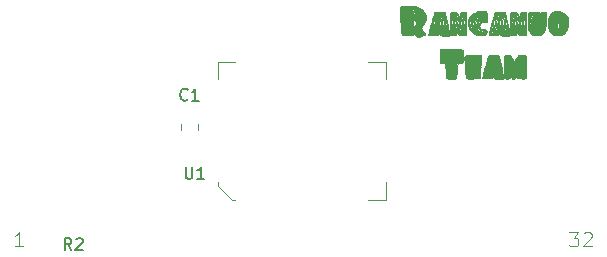
<source format=gto>
%TF.GenerationSoftware,KiCad,Pcbnew,(5.1.8)-1*%
%TF.CreationDate,2020-12-20T15:01:14+01:00*%
%TF.ProjectId,GBA Cart,47424120-4361-4727-942e-6b696361645f,rev?*%
%TF.SameCoordinates,Original*%
%TF.FileFunction,Legend,Top*%
%TF.FilePolarity,Positive*%
%FSLAX46Y46*%
G04 Gerber Fmt 4.6, Leading zero omitted, Abs format (unit mm)*
G04 Created by KiCad (PCBNEW (5.1.8)-1) date 2020-12-20 15:01:14*
%MOMM*%
%LPD*%
G01*
G04 APERTURE LIST*
%ADD10C,0.010000*%
%ADD11C,0.120000*%
%ADD12C,0.150000*%
%ADD13C,0.101600*%
G04 APERTURE END LIST*
D10*
%TO.C,G\u002A\u002A\u002A*%
G36*
X67266356Y-33486387D02*
G01*
X67380206Y-33491656D01*
X67469096Y-33499643D01*
X67522213Y-33510324D01*
X67530797Y-33515112D01*
X67542504Y-33545882D01*
X67562671Y-33619674D01*
X67589839Y-33729688D01*
X67622549Y-33869124D01*
X67659341Y-34031183D01*
X67698758Y-34209065D01*
X67739338Y-34395968D01*
X67779625Y-34585094D01*
X67818158Y-34769643D01*
X67853478Y-34942814D01*
X67884126Y-35097808D01*
X67908644Y-35227824D01*
X67925572Y-35326063D01*
X67933451Y-35385725D01*
X67933833Y-35393452D01*
X67918289Y-35464419D01*
X67868802Y-35497697D01*
X67812112Y-35498804D01*
X67769544Y-35495827D01*
X67689465Y-35492139D01*
X67585147Y-35488306D01*
X67515740Y-35486152D01*
X67372234Y-35480955D01*
X67271673Y-35473779D01*
X67206202Y-35462728D01*
X67167965Y-35445905D01*
X67149108Y-35421414D01*
X67142851Y-35396128D01*
X67116707Y-35351582D01*
X67067722Y-35336682D01*
X67014887Y-35352251D01*
X66981589Y-35389145D01*
X66968636Y-35408732D01*
X66947606Y-35422610D01*
X66910546Y-35431758D01*
X66849504Y-35437151D01*
X66756526Y-35439765D01*
X66623659Y-35440579D01*
X66562489Y-35440620D01*
X66169540Y-35440620D01*
X66162455Y-35377120D01*
X66167275Y-35338103D01*
X66184101Y-35257658D01*
X66211115Y-35142542D01*
X66246494Y-34999513D01*
X66288419Y-34835331D01*
X66335069Y-34656753D01*
X66384624Y-34470538D01*
X66435264Y-34283445D01*
X66485168Y-34102231D01*
X66532516Y-33933656D01*
X66575488Y-33784477D01*
X66612262Y-33661454D01*
X66641020Y-33571344D01*
X66659939Y-33520906D01*
X66664501Y-33513191D01*
X66701081Y-33501649D01*
X66777568Y-33492969D01*
X66883150Y-33487127D01*
X67007016Y-33484099D01*
X67138355Y-33483860D01*
X67266356Y-33486387D01*
G37*
X67266356Y-33486387D02*
X67380206Y-33491656D01*
X67469096Y-33499643D01*
X67522213Y-33510324D01*
X67530797Y-33515112D01*
X67542504Y-33545882D01*
X67562671Y-33619674D01*
X67589839Y-33729688D01*
X67622549Y-33869124D01*
X67659341Y-34031183D01*
X67698758Y-34209065D01*
X67739338Y-34395968D01*
X67779625Y-34585094D01*
X67818158Y-34769643D01*
X67853478Y-34942814D01*
X67884126Y-35097808D01*
X67908644Y-35227824D01*
X67925572Y-35326063D01*
X67933451Y-35385725D01*
X67933833Y-35393452D01*
X67918289Y-35464419D01*
X67868802Y-35497697D01*
X67812112Y-35498804D01*
X67769544Y-35495827D01*
X67689465Y-35492139D01*
X67585147Y-35488306D01*
X67515740Y-35486152D01*
X67372234Y-35480955D01*
X67271673Y-35473779D01*
X67206202Y-35462728D01*
X67167965Y-35445905D01*
X67149108Y-35421414D01*
X67142851Y-35396128D01*
X67116707Y-35351582D01*
X67067722Y-35336682D01*
X67014887Y-35352251D01*
X66981589Y-35389145D01*
X66968636Y-35408732D01*
X66947606Y-35422610D01*
X66910546Y-35431758D01*
X66849504Y-35437151D01*
X66756526Y-35439765D01*
X66623659Y-35440579D01*
X66562489Y-35440620D01*
X66169540Y-35440620D01*
X66162455Y-35377120D01*
X66167275Y-35338103D01*
X66184101Y-35257658D01*
X66211115Y-35142542D01*
X66246494Y-34999513D01*
X66288419Y-34835331D01*
X66335069Y-34656753D01*
X66384624Y-34470538D01*
X66435264Y-34283445D01*
X66485168Y-34102231D01*
X66532516Y-33933656D01*
X66575488Y-33784477D01*
X66612262Y-33661454D01*
X66641020Y-33571344D01*
X66659939Y-33520906D01*
X66664501Y-33513191D01*
X66701081Y-33501649D01*
X66777568Y-33492969D01*
X66883150Y-33487127D01*
X67007016Y-33484099D01*
X67138355Y-33483860D01*
X67266356Y-33486387D01*
G36*
X63463173Y-32965152D02*
G01*
X63654262Y-32967288D01*
X63840398Y-32970810D01*
X64014616Y-32975656D01*
X64169952Y-32981762D01*
X64299440Y-32989063D01*
X64396115Y-32997497D01*
X64453014Y-33006999D01*
X64463876Y-33011680D01*
X64478323Y-33029290D01*
X64489082Y-33059299D01*
X64496674Y-33108506D01*
X64501620Y-33183710D01*
X64504442Y-33291712D01*
X64505660Y-33439311D01*
X64505840Y-33559050D01*
X64504735Y-33754837D01*
X64501285Y-33903474D01*
X64495289Y-34008564D01*
X64486544Y-34073713D01*
X64475360Y-34102040D01*
X64432760Y-34118599D01*
X64350084Y-34129219D01*
X64250563Y-34132520D01*
X64056246Y-34132520D01*
X64039721Y-34367470D01*
X64027766Y-34521843D01*
X64013135Y-34686457D01*
X63996769Y-34853024D01*
X63979607Y-35013258D01*
X63962589Y-35158874D01*
X63946657Y-35281586D01*
X63932749Y-35373108D01*
X63921806Y-35425154D01*
X63918886Y-35432452D01*
X63893008Y-35448105D01*
X63833958Y-35459114D01*
X63735966Y-35466127D01*
X63593261Y-35469794D01*
X63586064Y-35469886D01*
X63459262Y-35470409D01*
X63345966Y-35468961D01*
X63258687Y-35465825D01*
X63210440Y-35461385D01*
X63155309Y-35445794D01*
X63129236Y-35432119D01*
X63121761Y-35402622D01*
X63111514Y-35330598D01*
X63099416Y-35224182D01*
X63086388Y-35091514D01*
X63073352Y-34940729D01*
X63072697Y-34932620D01*
X63059359Y-34768577D01*
X63046239Y-34610267D01*
X63034314Y-34469254D01*
X63024560Y-34357101D01*
X63018529Y-34291270D01*
X63003196Y-34132520D01*
X62807098Y-34132520D01*
X62696558Y-34128463D01*
X62617069Y-34117216D01*
X62580520Y-34102040D01*
X62571323Y-34068280D01*
X62563632Y-33993079D01*
X62557521Y-33885774D01*
X62553062Y-33755704D01*
X62550328Y-33612207D01*
X62549391Y-33464620D01*
X62550324Y-33322283D01*
X62553200Y-33194532D01*
X62558091Y-33090707D01*
X62565071Y-33020145D01*
X62571896Y-32994384D01*
X62602645Y-32985029D01*
X62677194Y-32977506D01*
X62788578Y-32971752D01*
X62929833Y-32967703D01*
X63093994Y-32965296D01*
X63274095Y-32964467D01*
X63463173Y-32965152D01*
G37*
X63463173Y-32965152D02*
X63654262Y-32967288D01*
X63840398Y-32970810D01*
X64014616Y-32975656D01*
X64169952Y-32981762D01*
X64299440Y-32989063D01*
X64396115Y-32997497D01*
X64453014Y-33006999D01*
X64463876Y-33011680D01*
X64478323Y-33029290D01*
X64489082Y-33059299D01*
X64496674Y-33108506D01*
X64501620Y-33183710D01*
X64504442Y-33291712D01*
X64505660Y-33439311D01*
X64505840Y-33559050D01*
X64504735Y-33754837D01*
X64501285Y-33903474D01*
X64495289Y-34008564D01*
X64486544Y-34073713D01*
X64475360Y-34102040D01*
X64432760Y-34118599D01*
X64350084Y-34129219D01*
X64250563Y-34132520D01*
X64056246Y-34132520D01*
X64039721Y-34367470D01*
X64027766Y-34521843D01*
X64013135Y-34686457D01*
X63996769Y-34853024D01*
X63979607Y-35013258D01*
X63962589Y-35158874D01*
X63946657Y-35281586D01*
X63932749Y-35373108D01*
X63921806Y-35425154D01*
X63918886Y-35432452D01*
X63893008Y-35448105D01*
X63833958Y-35459114D01*
X63735966Y-35466127D01*
X63593261Y-35469794D01*
X63586064Y-35469886D01*
X63459262Y-35470409D01*
X63345966Y-35468961D01*
X63258687Y-35465825D01*
X63210440Y-35461385D01*
X63155309Y-35445794D01*
X63129236Y-35432119D01*
X63121761Y-35402622D01*
X63111514Y-35330598D01*
X63099416Y-35224182D01*
X63086388Y-35091514D01*
X63073352Y-34940729D01*
X63072697Y-34932620D01*
X63059359Y-34768577D01*
X63046239Y-34610267D01*
X63034314Y-34469254D01*
X63024560Y-34357101D01*
X63018529Y-34291270D01*
X63003196Y-34132520D01*
X62807098Y-34132520D01*
X62696558Y-34128463D01*
X62617069Y-34117216D01*
X62580520Y-34102040D01*
X62571323Y-34068280D01*
X62563632Y-33993079D01*
X62557521Y-33885774D01*
X62553062Y-33755704D01*
X62550328Y-33612207D01*
X62549391Y-33464620D01*
X62550324Y-33322283D01*
X62553200Y-33194532D01*
X62558091Y-33090707D01*
X62565071Y-33020145D01*
X62571896Y-32994384D01*
X62602645Y-32985029D01*
X62677194Y-32977506D01*
X62788578Y-32971752D01*
X62929833Y-32967703D01*
X63093994Y-32965296D01*
X63274095Y-32964467D01*
X63463173Y-32965152D01*
G36*
X69754264Y-33476312D02*
G01*
X69800482Y-33491838D01*
X69835014Y-33522209D01*
X69859541Y-33572058D01*
X69875742Y-33646020D01*
X69885299Y-33748727D01*
X69889891Y-33884814D01*
X69891199Y-34058913D01*
X69890903Y-34275660D01*
X69890640Y-34470565D01*
X69890184Y-34724803D01*
X69888729Y-34932216D01*
X69886138Y-35096769D01*
X69882278Y-35222431D01*
X69877014Y-35313166D01*
X69870210Y-35372943D01*
X69861733Y-35405727D01*
X69858708Y-35411079D01*
X69841037Y-35428010D01*
X69811636Y-35439613D01*
X69762416Y-35446605D01*
X69685286Y-35449705D01*
X69572156Y-35449629D01*
X69445958Y-35447684D01*
X69065140Y-35440620D01*
X69036764Y-35352829D01*
X69017434Y-35297176D01*
X69005494Y-35285883D01*
X68993213Y-35314811D01*
X68989310Y-35327429D01*
X68943304Y-35419179D01*
X68872250Y-35468052D01*
X68799358Y-35478720D01*
X68725858Y-35470306D01*
X68669969Y-35449770D01*
X68666034Y-35446970D01*
X68632092Y-35407159D01*
X68588596Y-35339167D01*
X68560762Y-35288220D01*
X68496005Y-35161220D01*
X68494822Y-35258139D01*
X68489535Y-35345547D01*
X68470251Y-35402229D01*
X68427997Y-35434724D01*
X68353800Y-35449570D01*
X68238685Y-35453305D01*
X68226940Y-35453320D01*
X68119796Y-35451862D01*
X68052208Y-35445963D01*
X68012976Y-35433335D01*
X67990903Y-35411688D01*
X67986533Y-35404189D01*
X67978874Y-35363788D01*
X67972436Y-35275008D01*
X67967287Y-35140261D01*
X67963493Y-34961954D01*
X67961123Y-34742497D01*
X67960244Y-34484299D01*
X67960240Y-34464389D01*
X67960041Y-34213543D01*
X67960356Y-34008821D01*
X67962551Y-33845558D01*
X67967992Y-33719085D01*
X67978046Y-33624736D01*
X67994078Y-33557842D01*
X68017454Y-33513736D01*
X68049542Y-33487751D01*
X68091707Y-33475220D01*
X68145315Y-33471474D01*
X68211732Y-33471847D01*
X68250686Y-33472120D01*
X68352471Y-33475204D01*
X68441368Y-33483312D01*
X68498917Y-33494726D01*
X68500727Y-33495386D01*
X68545349Y-33529748D01*
X68605244Y-33600625D01*
X68673010Y-33699071D01*
X68684614Y-33717636D01*
X68742372Y-33810934D01*
X68792630Y-33891444D01*
X68827559Y-33946651D01*
X68836016Y-33959644D01*
X68851794Y-33972717D01*
X68872643Y-33963626D01*
X68903368Y-33926651D01*
X68948779Y-33856070D01*
X69009737Y-33752963D01*
X69091757Y-33619606D01*
X69156099Y-33532644D01*
X69203489Y-33491123D01*
X69211544Y-33488036D01*
X69260444Y-33481539D01*
X69346202Y-33476350D01*
X69454879Y-33473151D01*
X69528690Y-33472466D01*
X69620048Y-33471260D01*
X69694679Y-33470997D01*
X69754264Y-33476312D01*
G37*
X69754264Y-33476312D02*
X69800482Y-33491838D01*
X69835014Y-33522209D01*
X69859541Y-33572058D01*
X69875742Y-33646020D01*
X69885299Y-33748727D01*
X69889891Y-33884814D01*
X69891199Y-34058913D01*
X69890903Y-34275660D01*
X69890640Y-34470565D01*
X69890184Y-34724803D01*
X69888729Y-34932216D01*
X69886138Y-35096769D01*
X69882278Y-35222431D01*
X69877014Y-35313166D01*
X69870210Y-35372943D01*
X69861733Y-35405727D01*
X69858708Y-35411079D01*
X69841037Y-35428010D01*
X69811636Y-35439613D01*
X69762416Y-35446605D01*
X69685286Y-35449705D01*
X69572156Y-35449629D01*
X69445958Y-35447684D01*
X69065140Y-35440620D01*
X69036764Y-35352829D01*
X69017434Y-35297176D01*
X69005494Y-35285883D01*
X68993213Y-35314811D01*
X68989310Y-35327429D01*
X68943304Y-35419179D01*
X68872250Y-35468052D01*
X68799358Y-35478720D01*
X68725858Y-35470306D01*
X68669969Y-35449770D01*
X68666034Y-35446970D01*
X68632092Y-35407159D01*
X68588596Y-35339167D01*
X68560762Y-35288220D01*
X68496005Y-35161220D01*
X68494822Y-35258139D01*
X68489535Y-35345547D01*
X68470251Y-35402229D01*
X68427997Y-35434724D01*
X68353800Y-35449570D01*
X68238685Y-35453305D01*
X68226940Y-35453320D01*
X68119796Y-35451862D01*
X68052208Y-35445963D01*
X68012976Y-35433335D01*
X67990903Y-35411688D01*
X67986533Y-35404189D01*
X67978874Y-35363788D01*
X67972436Y-35275008D01*
X67967287Y-35140261D01*
X67963493Y-34961954D01*
X67961123Y-34742497D01*
X67960244Y-34484299D01*
X67960240Y-34464389D01*
X67960041Y-34213543D01*
X67960356Y-34008821D01*
X67962551Y-33845558D01*
X67967992Y-33719085D01*
X67978046Y-33624736D01*
X67994078Y-33557842D01*
X68017454Y-33513736D01*
X68049542Y-33487751D01*
X68091707Y-33475220D01*
X68145315Y-33471474D01*
X68211732Y-33471847D01*
X68250686Y-33472120D01*
X68352471Y-33475204D01*
X68441368Y-33483312D01*
X68498917Y-33494726D01*
X68500727Y-33495386D01*
X68545349Y-33529748D01*
X68605244Y-33600625D01*
X68673010Y-33699071D01*
X68684614Y-33717636D01*
X68742372Y-33810934D01*
X68792630Y-33891444D01*
X68827559Y-33946651D01*
X68836016Y-33959644D01*
X68851794Y-33972717D01*
X68872643Y-33963626D01*
X68903368Y-33926651D01*
X68948779Y-33856070D01*
X69009737Y-33752963D01*
X69091757Y-33619606D01*
X69156099Y-33532644D01*
X69203489Y-33491123D01*
X69211544Y-33488036D01*
X69260444Y-33481539D01*
X69346202Y-33476350D01*
X69454879Y-33473151D01*
X69528690Y-33472466D01*
X69620048Y-33471260D01*
X69694679Y-33470997D01*
X69754264Y-33476312D01*
G36*
X65859024Y-33450991D02*
G01*
X65938335Y-33453967D01*
X65991489Y-33460007D01*
X66024636Y-33469292D01*
X66038520Y-33477272D01*
X66056094Y-33493648D01*
X66067684Y-33516660D01*
X66073616Y-33554431D01*
X66074214Y-33615084D01*
X66069803Y-33706742D01*
X66060707Y-33837526D01*
X66055629Y-33905283D01*
X66039786Y-34086686D01*
X66023091Y-34220801D01*
X66005005Y-34311136D01*
X65985903Y-34359821D01*
X65962256Y-34409936D01*
X65975144Y-34431788D01*
X65997520Y-34461639D01*
X66004440Y-34504389D01*
X65997889Y-34573753D01*
X65981302Y-34660120D01*
X65959274Y-34744871D01*
X65936398Y-34809384D01*
X65923835Y-34831020D01*
X65888221Y-34848627D01*
X65818510Y-34868975D01*
X65743139Y-34885069D01*
X65585340Y-34913718D01*
X65733059Y-34916819D01*
X65845687Y-34922478D01*
X65917458Y-34940056D01*
X65957512Y-34979021D01*
X65974987Y-35048844D01*
X65979023Y-35158995D01*
X65979040Y-35171703D01*
X65976347Y-35281671D01*
X65966973Y-35351916D01*
X65948972Y-35393295D01*
X65937098Y-35405759D01*
X65899887Y-35416881D01*
X65822184Y-35426871D01*
X65712937Y-35435532D01*
X65581092Y-35442668D01*
X65435594Y-35448082D01*
X65285390Y-35451578D01*
X65139426Y-35452959D01*
X65006650Y-35452028D01*
X64896006Y-35448589D01*
X64816441Y-35442446D01*
X64776902Y-35433401D01*
X64774628Y-35431299D01*
X64762523Y-35389324D01*
X64748971Y-35304495D01*
X64734453Y-35183984D01*
X64719450Y-35034963D01*
X64704443Y-34864603D01*
X64689912Y-34680078D01*
X64676339Y-34488558D01*
X64664205Y-34297216D01*
X64653989Y-34113225D01*
X64646174Y-33943755D01*
X64641240Y-33795980D01*
X64639668Y-33677070D01*
X64641939Y-33594199D01*
X64648533Y-33554538D01*
X64648769Y-33554144D01*
X64667763Y-33531639D01*
X64697100Y-33513615D01*
X64742609Y-33499335D01*
X64810118Y-33488060D01*
X64905455Y-33479053D01*
X65034448Y-33471574D01*
X65202927Y-33464886D01*
X65402684Y-33458655D01*
X65597346Y-33453516D01*
X65747411Y-33450901D01*
X65859024Y-33450991D01*
G37*
X65859024Y-33450991D02*
X65938335Y-33453967D01*
X65991489Y-33460007D01*
X66024636Y-33469292D01*
X66038520Y-33477272D01*
X66056094Y-33493648D01*
X66067684Y-33516660D01*
X66073616Y-33554431D01*
X66074214Y-33615084D01*
X66069803Y-33706742D01*
X66060707Y-33837526D01*
X66055629Y-33905283D01*
X66039786Y-34086686D01*
X66023091Y-34220801D01*
X66005005Y-34311136D01*
X65985903Y-34359821D01*
X65962256Y-34409936D01*
X65975144Y-34431788D01*
X65997520Y-34461639D01*
X66004440Y-34504389D01*
X65997889Y-34573753D01*
X65981302Y-34660120D01*
X65959274Y-34744871D01*
X65936398Y-34809384D01*
X65923835Y-34831020D01*
X65888221Y-34848627D01*
X65818510Y-34868975D01*
X65743139Y-34885069D01*
X65585340Y-34913718D01*
X65733059Y-34916819D01*
X65845687Y-34922478D01*
X65917458Y-34940056D01*
X65957512Y-34979021D01*
X65974987Y-35048844D01*
X65979023Y-35158995D01*
X65979040Y-35171703D01*
X65976347Y-35281671D01*
X65966973Y-35351916D01*
X65948972Y-35393295D01*
X65937098Y-35405759D01*
X65899887Y-35416881D01*
X65822184Y-35426871D01*
X65712937Y-35435532D01*
X65581092Y-35442668D01*
X65435594Y-35448082D01*
X65285390Y-35451578D01*
X65139426Y-35452959D01*
X65006650Y-35452028D01*
X64896006Y-35448589D01*
X64816441Y-35442446D01*
X64776902Y-35433401D01*
X64774628Y-35431299D01*
X64762523Y-35389324D01*
X64748971Y-35304495D01*
X64734453Y-35183984D01*
X64719450Y-35034963D01*
X64704443Y-34864603D01*
X64689912Y-34680078D01*
X64676339Y-34488558D01*
X64664205Y-34297216D01*
X64653989Y-34113225D01*
X64646174Y-33943755D01*
X64641240Y-33795980D01*
X64639668Y-33677070D01*
X64641939Y-33594199D01*
X64648533Y-33554538D01*
X64648769Y-33554144D01*
X64667763Y-33531639D01*
X64697100Y-33513615D01*
X64742609Y-33499335D01*
X64810118Y-33488060D01*
X64905455Y-33479053D01*
X65034448Y-33471574D01*
X65202927Y-33464886D01*
X65402684Y-33458655D01*
X65597346Y-33453516D01*
X65747411Y-33450901D01*
X65859024Y-33450991D01*
G36*
X60281143Y-29291563D02*
G01*
X60559858Y-29351903D01*
X60808372Y-29452868D01*
X61026972Y-29594564D01*
X61142593Y-29697874D01*
X61258438Y-29830793D01*
X61334803Y-29963993D01*
X61377365Y-30111819D01*
X61391802Y-30288614D01*
X61391826Y-30327534D01*
X61387117Y-30443027D01*
X61371905Y-30532378D01*
X61340578Y-30620006D01*
X61309241Y-30686947D01*
X61248941Y-30789730D01*
X61168051Y-30902316D01*
X61083864Y-31000663D01*
X61082847Y-31001718D01*
X60937140Y-31152590D01*
X61121290Y-31387691D01*
X61211134Y-31506362D01*
X61269075Y-31594079D01*
X61297821Y-31657070D01*
X61300085Y-31701563D01*
X61278576Y-31733784D01*
X61273690Y-31737773D01*
X61233733Y-31757888D01*
X61157592Y-31788161D01*
X61057804Y-31824378D01*
X60946909Y-31862323D01*
X60837445Y-31897780D01*
X60741951Y-31926536D01*
X60672967Y-31944374D01*
X60647961Y-31948120D01*
X60607408Y-31929240D01*
X60546098Y-31878173D01*
X60473882Y-31803271D01*
X60464469Y-31792521D01*
X60397782Y-31716324D01*
X60356491Y-31674086D01*
X60332739Y-31661362D01*
X60318668Y-31673706D01*
X60307422Y-31703673D01*
X60262160Y-31766580D01*
X60217456Y-31789421D01*
X60162321Y-31797621D01*
X60072215Y-31803160D01*
X59957692Y-31806178D01*
X59829304Y-31806816D01*
X59697604Y-31805212D01*
X59573145Y-31801507D01*
X59466479Y-31795839D01*
X59388161Y-31788348D01*
X59348742Y-31779174D01*
X59347070Y-31777910D01*
X59335495Y-31743498D01*
X59321632Y-31664943D01*
X59305969Y-31548464D01*
X59288992Y-31400276D01*
X59271186Y-31226596D01*
X59253040Y-31033640D01*
X59235038Y-30827624D01*
X59229056Y-30754320D01*
X60314840Y-30754320D01*
X60317251Y-30854985D01*
X60323710Y-30933034D01*
X60333054Y-30977135D01*
X60338291Y-30982920D01*
X60371043Y-30967837D01*
X60423809Y-30930259D01*
X60440803Y-30916394D01*
X60513102Y-30841807D01*
X60562862Y-30763434D01*
X60582669Y-30694645D01*
X60578839Y-30667542D01*
X60544552Y-30625378D01*
X60482668Y-30579081D01*
X60473158Y-30573926D01*
X61030656Y-30573926D01*
X61042859Y-30649469D01*
X61053504Y-30671283D01*
X61067453Y-30658817D01*
X61084508Y-30614830D01*
X61259964Y-30614830D01*
X61260939Y-30641202D01*
X61272452Y-30627052D01*
X61291369Y-30589220D01*
X61318133Y-30507531D01*
X61328921Y-30424120D01*
X61324460Y-30372596D01*
X61312724Y-30364187D01*
X61297132Y-30392345D01*
X61281102Y-30450525D01*
X61268052Y-30532178D01*
X61266881Y-30542933D01*
X61259964Y-30614830D01*
X61084508Y-30614830D01*
X61087608Y-30606836D01*
X61113302Y-30522469D01*
X61151518Y-30408160D01*
X61198268Y-30292562D01*
X61240751Y-30205789D01*
X61286604Y-30109267D01*
X61298935Y-30042779D01*
X61296025Y-30029821D01*
X61281341Y-30006766D01*
X61260262Y-30016155D01*
X61224001Y-30063129D01*
X61213893Y-30077871D01*
X61106152Y-30261427D01*
X61045156Y-30426504D01*
X61030656Y-30573926D01*
X60473158Y-30573926D01*
X60413444Y-30541560D01*
X60357138Y-30525726D01*
X60356291Y-30525720D01*
X60336316Y-30532649D01*
X60323881Y-30559557D01*
X60317322Y-30615623D01*
X60314974Y-30710026D01*
X60314840Y-30754320D01*
X59229056Y-30754320D01*
X59217667Y-30614765D01*
X59209552Y-30508169D01*
X60772642Y-30508169D01*
X60780595Y-30541338D01*
X60805762Y-30527140D01*
X60847866Y-30465898D01*
X60906632Y-30357940D01*
X60915675Y-30340105D01*
X60976527Y-30227335D01*
X61046687Y-30109124D01*
X61108458Y-30014750D01*
X61164728Y-29928375D01*
X61189977Y-29870492D01*
X61187846Y-29832455D01*
X61186394Y-29829636D01*
X61161891Y-29825347D01*
X61120675Y-29859014D01*
X61067640Y-29922612D01*
X61007677Y-30008119D01*
X60945678Y-30107513D01*
X60886534Y-30212771D01*
X60835139Y-30315870D01*
X60796384Y-30408788D01*
X60775162Y-30483503D01*
X60772642Y-30508169D01*
X59209552Y-30508169D01*
X59201413Y-30401279D01*
X59195564Y-30318264D01*
X60605529Y-30318264D01*
X60608445Y-30324955D01*
X60628101Y-30344379D01*
X60631708Y-30343259D01*
X60647668Y-30320481D01*
X60686839Y-30263274D01*
X60743994Y-30179308D01*
X60813908Y-30076248D01*
X60844936Y-30030420D01*
X60918413Y-29919850D01*
X60980359Y-29822856D01*
X61025648Y-29747757D01*
X61049155Y-29702875D01*
X61051311Y-29695369D01*
X61042686Y-29658170D01*
X61015502Y-29662133D01*
X60968527Y-29708367D01*
X60900531Y-29797981D01*
X60841532Y-29884454D01*
X60744144Y-30033730D01*
X60674392Y-30146945D01*
X60629734Y-30228903D01*
X60607627Y-30284408D01*
X60605529Y-30318264D01*
X59195564Y-30318264D01*
X59188006Y-30211014D01*
X60412099Y-30211014D01*
X60436989Y-30220649D01*
X60456872Y-30200605D01*
X60498724Y-30145993D01*
X60556725Y-30064772D01*
X60625056Y-29964899D01*
X60636640Y-29947599D01*
X60726733Y-29811663D01*
X60791041Y-29711577D01*
X60832696Y-29641422D01*
X60854831Y-29595282D01*
X60860581Y-29567241D01*
X60853078Y-29551381D01*
X60848308Y-29547862D01*
X60815838Y-29541191D01*
X60781486Y-29566500D01*
X60739455Y-29629726D01*
X60704805Y-29694889D01*
X60656750Y-29781071D01*
X60591648Y-29886733D01*
X60522702Y-29990542D01*
X60515300Y-30001145D01*
X60447455Y-30104274D01*
X60413395Y-30173274D01*
X60412099Y-30211014D01*
X59188006Y-30211014D01*
X59186763Y-30193383D01*
X59180576Y-30096770D01*
X60213240Y-30096770D01*
X60225410Y-30120049D01*
X60260058Y-30101318D01*
X60314389Y-30042635D01*
X60350403Y-29995775D01*
X60421738Y-29893152D01*
X60491991Y-29782687D01*
X60555260Y-29674791D01*
X60605641Y-29579873D01*
X60637230Y-29508340D01*
X60645040Y-29476256D01*
X60635584Y-29438935D01*
X60608925Y-29445911D01*
X60567629Y-29494687D01*
X60514257Y-29582763D01*
X60491305Y-29626092D01*
X60431361Y-29736122D01*
X60363561Y-29850644D01*
X60307155Y-29938020D01*
X60258832Y-30011335D01*
X60224934Y-30068945D01*
X60213240Y-30096770D01*
X59180576Y-30096770D01*
X59174204Y-29997292D01*
X59173447Y-29983774D01*
X60054913Y-29983774D01*
X60067118Y-29992871D01*
X60100392Y-29968022D01*
X60150345Y-29910424D01*
X60204631Y-29833570D01*
X60277587Y-29717188D01*
X60340069Y-29608524D01*
X60386895Y-29517341D01*
X60412881Y-29453402D01*
X60416440Y-29434531D01*
X60395901Y-29411062D01*
X60378592Y-29408120D01*
X60348660Y-29429924D01*
X60307818Y-29488056D01*
X60266020Y-29566870D01*
X60212221Y-29675189D01*
X60151413Y-29788951D01*
X60111271Y-29858970D01*
X60068168Y-29939538D01*
X60054913Y-29983774D01*
X59173447Y-29983774D01*
X59171181Y-29943368D01*
X59324240Y-29943368D01*
X59334693Y-29960851D01*
X59359248Y-29944771D01*
X59387693Y-29906171D01*
X59409817Y-29856095D01*
X59411059Y-29851577D01*
X59883040Y-29851577D01*
X59894944Y-29868876D01*
X59926743Y-29847542D01*
X59972559Y-29792718D01*
X60005109Y-29744670D01*
X60057582Y-29654873D01*
X60105571Y-29560526D01*
X60142369Y-29476112D01*
X60161265Y-29416116D01*
X60162440Y-29405018D01*
X60142398Y-29384829D01*
X60130690Y-29383558D01*
X60110474Y-29404879D01*
X60074929Y-29460457D01*
X60030270Y-29538543D01*
X59982713Y-29627391D01*
X59938475Y-29715252D01*
X59903772Y-29790380D01*
X59884819Y-29841026D01*
X59883040Y-29851577D01*
X59411059Y-29851577D01*
X59411884Y-29848580D01*
X59420081Y-29795875D01*
X59416249Y-29771062D01*
X59398752Y-29782085D01*
X59371878Y-29823091D01*
X59344857Y-29876797D01*
X59326918Y-29925917D01*
X59324240Y-29943368D01*
X59171181Y-29943368D01*
X59164221Y-29819223D01*
X59157853Y-29677668D01*
X59741934Y-29677668D01*
X59743914Y-29685476D01*
X59758749Y-29705859D01*
X59779159Y-29694141D01*
X59809043Y-29645376D01*
X59852303Y-29554620D01*
X59859164Y-29539364D01*
X59891776Y-29465117D01*
X59904744Y-29426001D01*
X59899128Y-29410755D01*
X59875990Y-29408123D01*
X59871528Y-29408120D01*
X59840476Y-29429952D01*
X59804364Y-29484399D01*
X59770819Y-29554885D01*
X59747467Y-29624833D01*
X59741934Y-29677668D01*
X59157853Y-29677668D01*
X59157300Y-29665393D01*
X59157041Y-29655895D01*
X59276142Y-29655895D01*
X59288889Y-29652242D01*
X59310793Y-29625515D01*
X59340843Y-29579034D01*
X59349640Y-29553548D01*
X59338638Y-29533154D01*
X59314374Y-29545078D01*
X59289961Y-29578217D01*
X59279043Y-29613309D01*
X59276142Y-29655895D01*
X59157041Y-29655895D01*
X59153929Y-29542017D01*
X59154153Y-29512718D01*
X59578240Y-29512718D01*
X59593889Y-29526489D01*
X59603640Y-29522420D01*
X59628091Y-29488772D01*
X59629040Y-29481321D01*
X59613390Y-29467550D01*
X59603640Y-29471620D01*
X59579188Y-29505267D01*
X59578240Y-29512718D01*
X59154153Y-29512718D01*
X59154593Y-29455312D01*
X59159778Y-29411495D01*
X59161673Y-29408126D01*
X59212548Y-29380294D01*
X59303888Y-29352368D01*
X59425391Y-29326085D01*
X59566754Y-29303177D01*
X59717676Y-29285379D01*
X59867855Y-29274424D01*
X59971940Y-29271744D01*
X60281143Y-29291563D01*
G37*
X60281143Y-29291563D02*
X60559858Y-29351903D01*
X60808372Y-29452868D01*
X61026972Y-29594564D01*
X61142593Y-29697874D01*
X61258438Y-29830793D01*
X61334803Y-29963993D01*
X61377365Y-30111819D01*
X61391802Y-30288614D01*
X61391826Y-30327534D01*
X61387117Y-30443027D01*
X61371905Y-30532378D01*
X61340578Y-30620006D01*
X61309241Y-30686947D01*
X61248941Y-30789730D01*
X61168051Y-30902316D01*
X61083864Y-31000663D01*
X61082847Y-31001718D01*
X60937140Y-31152590D01*
X61121290Y-31387691D01*
X61211134Y-31506362D01*
X61269075Y-31594079D01*
X61297821Y-31657070D01*
X61300085Y-31701563D01*
X61278576Y-31733784D01*
X61273690Y-31737773D01*
X61233733Y-31757888D01*
X61157592Y-31788161D01*
X61057804Y-31824378D01*
X60946909Y-31862323D01*
X60837445Y-31897780D01*
X60741951Y-31926536D01*
X60672967Y-31944374D01*
X60647961Y-31948120D01*
X60607408Y-31929240D01*
X60546098Y-31878173D01*
X60473882Y-31803271D01*
X60464469Y-31792521D01*
X60397782Y-31716324D01*
X60356491Y-31674086D01*
X60332739Y-31661362D01*
X60318668Y-31673706D01*
X60307422Y-31703673D01*
X60262160Y-31766580D01*
X60217456Y-31789421D01*
X60162321Y-31797621D01*
X60072215Y-31803160D01*
X59957692Y-31806178D01*
X59829304Y-31806816D01*
X59697604Y-31805212D01*
X59573145Y-31801507D01*
X59466479Y-31795839D01*
X59388161Y-31788348D01*
X59348742Y-31779174D01*
X59347070Y-31777910D01*
X59335495Y-31743498D01*
X59321632Y-31664943D01*
X59305969Y-31548464D01*
X59288992Y-31400276D01*
X59271186Y-31226596D01*
X59253040Y-31033640D01*
X59235038Y-30827624D01*
X59229056Y-30754320D01*
X60314840Y-30754320D01*
X60317251Y-30854985D01*
X60323710Y-30933034D01*
X60333054Y-30977135D01*
X60338291Y-30982920D01*
X60371043Y-30967837D01*
X60423809Y-30930259D01*
X60440803Y-30916394D01*
X60513102Y-30841807D01*
X60562862Y-30763434D01*
X60582669Y-30694645D01*
X60578839Y-30667542D01*
X60544552Y-30625378D01*
X60482668Y-30579081D01*
X60473158Y-30573926D01*
X61030656Y-30573926D01*
X61042859Y-30649469D01*
X61053504Y-30671283D01*
X61067453Y-30658817D01*
X61084508Y-30614830D01*
X61259964Y-30614830D01*
X61260939Y-30641202D01*
X61272452Y-30627052D01*
X61291369Y-30589220D01*
X61318133Y-30507531D01*
X61328921Y-30424120D01*
X61324460Y-30372596D01*
X61312724Y-30364187D01*
X61297132Y-30392345D01*
X61281102Y-30450525D01*
X61268052Y-30532178D01*
X61266881Y-30542933D01*
X61259964Y-30614830D01*
X61084508Y-30614830D01*
X61087608Y-30606836D01*
X61113302Y-30522469D01*
X61151518Y-30408160D01*
X61198268Y-30292562D01*
X61240751Y-30205789D01*
X61286604Y-30109267D01*
X61298935Y-30042779D01*
X61296025Y-30029821D01*
X61281341Y-30006766D01*
X61260262Y-30016155D01*
X61224001Y-30063129D01*
X61213893Y-30077871D01*
X61106152Y-30261427D01*
X61045156Y-30426504D01*
X61030656Y-30573926D01*
X60473158Y-30573926D01*
X60413444Y-30541560D01*
X60357138Y-30525726D01*
X60356291Y-30525720D01*
X60336316Y-30532649D01*
X60323881Y-30559557D01*
X60317322Y-30615623D01*
X60314974Y-30710026D01*
X60314840Y-30754320D01*
X59229056Y-30754320D01*
X59217667Y-30614765D01*
X59209552Y-30508169D01*
X60772642Y-30508169D01*
X60780595Y-30541338D01*
X60805762Y-30527140D01*
X60847866Y-30465898D01*
X60906632Y-30357940D01*
X60915675Y-30340105D01*
X60976527Y-30227335D01*
X61046687Y-30109124D01*
X61108458Y-30014750D01*
X61164728Y-29928375D01*
X61189977Y-29870492D01*
X61187846Y-29832455D01*
X61186394Y-29829636D01*
X61161891Y-29825347D01*
X61120675Y-29859014D01*
X61067640Y-29922612D01*
X61007677Y-30008119D01*
X60945678Y-30107513D01*
X60886534Y-30212771D01*
X60835139Y-30315870D01*
X60796384Y-30408788D01*
X60775162Y-30483503D01*
X60772642Y-30508169D01*
X59209552Y-30508169D01*
X59201413Y-30401279D01*
X59195564Y-30318264D01*
X60605529Y-30318264D01*
X60608445Y-30324955D01*
X60628101Y-30344379D01*
X60631708Y-30343259D01*
X60647668Y-30320481D01*
X60686839Y-30263274D01*
X60743994Y-30179308D01*
X60813908Y-30076248D01*
X60844936Y-30030420D01*
X60918413Y-29919850D01*
X60980359Y-29822856D01*
X61025648Y-29747757D01*
X61049155Y-29702875D01*
X61051311Y-29695369D01*
X61042686Y-29658170D01*
X61015502Y-29662133D01*
X60968527Y-29708367D01*
X60900531Y-29797981D01*
X60841532Y-29884454D01*
X60744144Y-30033730D01*
X60674392Y-30146945D01*
X60629734Y-30228903D01*
X60607627Y-30284408D01*
X60605529Y-30318264D01*
X59195564Y-30318264D01*
X59188006Y-30211014D01*
X60412099Y-30211014D01*
X60436989Y-30220649D01*
X60456872Y-30200605D01*
X60498724Y-30145993D01*
X60556725Y-30064772D01*
X60625056Y-29964899D01*
X60636640Y-29947599D01*
X60726733Y-29811663D01*
X60791041Y-29711577D01*
X60832696Y-29641422D01*
X60854831Y-29595282D01*
X60860581Y-29567241D01*
X60853078Y-29551381D01*
X60848308Y-29547862D01*
X60815838Y-29541191D01*
X60781486Y-29566500D01*
X60739455Y-29629726D01*
X60704805Y-29694889D01*
X60656750Y-29781071D01*
X60591648Y-29886733D01*
X60522702Y-29990542D01*
X60515300Y-30001145D01*
X60447455Y-30104274D01*
X60413395Y-30173274D01*
X60412099Y-30211014D01*
X59188006Y-30211014D01*
X59186763Y-30193383D01*
X59180576Y-30096770D01*
X60213240Y-30096770D01*
X60225410Y-30120049D01*
X60260058Y-30101318D01*
X60314389Y-30042635D01*
X60350403Y-29995775D01*
X60421738Y-29893152D01*
X60491991Y-29782687D01*
X60555260Y-29674791D01*
X60605641Y-29579873D01*
X60637230Y-29508340D01*
X60645040Y-29476256D01*
X60635584Y-29438935D01*
X60608925Y-29445911D01*
X60567629Y-29494687D01*
X60514257Y-29582763D01*
X60491305Y-29626092D01*
X60431361Y-29736122D01*
X60363561Y-29850644D01*
X60307155Y-29938020D01*
X60258832Y-30011335D01*
X60224934Y-30068945D01*
X60213240Y-30096770D01*
X59180576Y-30096770D01*
X59174204Y-29997292D01*
X59173447Y-29983774D01*
X60054913Y-29983774D01*
X60067118Y-29992871D01*
X60100392Y-29968022D01*
X60150345Y-29910424D01*
X60204631Y-29833570D01*
X60277587Y-29717188D01*
X60340069Y-29608524D01*
X60386895Y-29517341D01*
X60412881Y-29453402D01*
X60416440Y-29434531D01*
X60395901Y-29411062D01*
X60378592Y-29408120D01*
X60348660Y-29429924D01*
X60307818Y-29488056D01*
X60266020Y-29566870D01*
X60212221Y-29675189D01*
X60151413Y-29788951D01*
X60111271Y-29858970D01*
X60068168Y-29939538D01*
X60054913Y-29983774D01*
X59173447Y-29983774D01*
X59171181Y-29943368D01*
X59324240Y-29943368D01*
X59334693Y-29960851D01*
X59359248Y-29944771D01*
X59387693Y-29906171D01*
X59409817Y-29856095D01*
X59411059Y-29851577D01*
X59883040Y-29851577D01*
X59894944Y-29868876D01*
X59926743Y-29847542D01*
X59972559Y-29792718D01*
X60005109Y-29744670D01*
X60057582Y-29654873D01*
X60105571Y-29560526D01*
X60142369Y-29476112D01*
X60161265Y-29416116D01*
X60162440Y-29405018D01*
X60142398Y-29384829D01*
X60130690Y-29383558D01*
X60110474Y-29404879D01*
X60074929Y-29460457D01*
X60030270Y-29538543D01*
X59982713Y-29627391D01*
X59938475Y-29715252D01*
X59903772Y-29790380D01*
X59884819Y-29841026D01*
X59883040Y-29851577D01*
X59411059Y-29851577D01*
X59411884Y-29848580D01*
X59420081Y-29795875D01*
X59416249Y-29771062D01*
X59398752Y-29782085D01*
X59371878Y-29823091D01*
X59344857Y-29876797D01*
X59326918Y-29925917D01*
X59324240Y-29943368D01*
X59171181Y-29943368D01*
X59164221Y-29819223D01*
X59157853Y-29677668D01*
X59741934Y-29677668D01*
X59743914Y-29685476D01*
X59758749Y-29705859D01*
X59779159Y-29694141D01*
X59809043Y-29645376D01*
X59852303Y-29554620D01*
X59859164Y-29539364D01*
X59891776Y-29465117D01*
X59904744Y-29426001D01*
X59899128Y-29410755D01*
X59875990Y-29408123D01*
X59871528Y-29408120D01*
X59840476Y-29429952D01*
X59804364Y-29484399D01*
X59770819Y-29554885D01*
X59747467Y-29624833D01*
X59741934Y-29677668D01*
X59157853Y-29677668D01*
X59157300Y-29665393D01*
X59157041Y-29655895D01*
X59276142Y-29655895D01*
X59288889Y-29652242D01*
X59310793Y-29625515D01*
X59340843Y-29579034D01*
X59349640Y-29553548D01*
X59338638Y-29533154D01*
X59314374Y-29545078D01*
X59289961Y-29578217D01*
X59279043Y-29613309D01*
X59276142Y-29655895D01*
X59157041Y-29655895D01*
X59153929Y-29542017D01*
X59154153Y-29512718D01*
X59578240Y-29512718D01*
X59593889Y-29526489D01*
X59603640Y-29522420D01*
X59628091Y-29488772D01*
X59629040Y-29481321D01*
X59613390Y-29467550D01*
X59603640Y-29471620D01*
X59579188Y-29505267D01*
X59578240Y-29512718D01*
X59154153Y-29512718D01*
X59154593Y-29455312D01*
X59159778Y-29411495D01*
X59161673Y-29408126D01*
X59212548Y-29380294D01*
X59303888Y-29352368D01*
X59425391Y-29326085D01*
X59566754Y-29303177D01*
X59717676Y-29285379D01*
X59867855Y-29274424D01*
X59971940Y-29271744D01*
X60281143Y-29291563D01*
G36*
X62694356Y-29828787D02*
G01*
X62808206Y-29834056D01*
X62897096Y-29842043D01*
X62950213Y-29852724D01*
X62958797Y-29857512D01*
X62970504Y-29888282D01*
X62990671Y-29962074D01*
X63017839Y-30072088D01*
X63050549Y-30211524D01*
X63087341Y-30373583D01*
X63126758Y-30551465D01*
X63167338Y-30738368D01*
X63207625Y-30927494D01*
X63246158Y-31112043D01*
X63281478Y-31285214D01*
X63312126Y-31440208D01*
X63336644Y-31570224D01*
X63353572Y-31668463D01*
X63361451Y-31728125D01*
X63361833Y-31735852D01*
X63346289Y-31806819D01*
X63296802Y-31840097D01*
X63240112Y-31841204D01*
X63197544Y-31838227D01*
X63117465Y-31834539D01*
X63013147Y-31830706D01*
X62943740Y-31828552D01*
X62800234Y-31823355D01*
X62699673Y-31816179D01*
X62634202Y-31805128D01*
X62595965Y-31788305D01*
X62577108Y-31763814D01*
X62570851Y-31738528D01*
X62544707Y-31693982D01*
X62495722Y-31679082D01*
X62442887Y-31694651D01*
X62409589Y-31731545D01*
X62396636Y-31751132D01*
X62375606Y-31765010D01*
X62338546Y-31774158D01*
X62277504Y-31779551D01*
X62184526Y-31782165D01*
X62051659Y-31782979D01*
X61990489Y-31783020D01*
X61597540Y-31783020D01*
X61590455Y-31719520D01*
X61595275Y-31680503D01*
X61612101Y-31600058D01*
X61639115Y-31484942D01*
X61674494Y-31341913D01*
X61716419Y-31177731D01*
X61763069Y-30999153D01*
X61812624Y-30812938D01*
X61821649Y-30779591D01*
X62015183Y-30779591D01*
X62024948Y-30860762D01*
X62045153Y-30912631D01*
X62075848Y-30925151D01*
X62076919Y-30924818D01*
X62092253Y-30895925D01*
X62106446Y-30825634D01*
X62117769Y-30723342D01*
X62120286Y-30688794D01*
X62120837Y-30684079D01*
X62283340Y-30684079D01*
X62285542Y-30800635D01*
X62293067Y-30875518D01*
X62307293Y-30917701D01*
X62321440Y-30932251D01*
X62339461Y-30936674D01*
X62352202Y-30918310D01*
X62361485Y-30869363D01*
X62369131Y-30782041D01*
X62373630Y-30709075D01*
X62377281Y-30665147D01*
X62523187Y-30665147D01*
X62526536Y-30801463D01*
X62548171Y-30921842D01*
X62587236Y-31014049D01*
X62620838Y-31052507D01*
X62656624Y-31075233D01*
X62668715Y-31063240D01*
X62659401Y-31011159D01*
X62651205Y-30981405D01*
X62632328Y-30870118D01*
X62627299Y-30731868D01*
X62634461Y-30608228D01*
X62776980Y-30608228D01*
X62778597Y-30815161D01*
X62827238Y-31013984D01*
X62829315Y-31019430D01*
X62878108Y-31124817D01*
X62933525Y-31211406D01*
X62987955Y-31269029D01*
X63030150Y-31287720D01*
X63032296Y-31266897D01*
X63015095Y-31211784D01*
X62982148Y-31133409D01*
X62974155Y-31116270D01*
X62935133Y-31029126D01*
X62911136Y-30957081D01*
X62898663Y-30882116D01*
X62894213Y-30786209D01*
X62893967Y-30703520D01*
X62894135Y-30696881D01*
X63018497Y-30696881D01*
X63021166Y-30781588D01*
X63028684Y-30852848D01*
X63031720Y-30868620D01*
X63052345Y-30941231D01*
X63082694Y-31024675D01*
X63117734Y-31107991D01*
X63152435Y-31180219D01*
X63181765Y-31230398D01*
X63200693Y-31247567D01*
X63203927Y-31243756D01*
X63201681Y-31211652D01*
X63190153Y-31139371D01*
X63171040Y-31036338D01*
X63146034Y-30911975D01*
X63134043Y-30854999D01*
X63105984Y-30725711D01*
X63081068Y-30615210D01*
X63061397Y-30532497D01*
X63049074Y-30486570D01*
X63046528Y-30480341D01*
X63034694Y-30490456D01*
X63025751Y-30538477D01*
X63020189Y-30611564D01*
X63018497Y-30696881D01*
X62894135Y-30696881D01*
X62897293Y-30572462D01*
X62907628Y-30475944D01*
X62927468Y-30397903D01*
X62950259Y-30341464D01*
X62986446Y-30239594D01*
X62986583Y-30169710D01*
X62985507Y-30166597D01*
X62970894Y-30136242D01*
X62954223Y-30139014D01*
X62925966Y-30179745D01*
X62911376Y-30204201D01*
X62821526Y-30401727D01*
X62776980Y-30608228D01*
X62634461Y-30608228D01*
X62635609Y-30588422D01*
X62656751Y-30461548D01*
X62663949Y-30435080D01*
X62699539Y-30342774D01*
X62751390Y-30237302D01*
X62790529Y-30170120D01*
X62860211Y-30058232D01*
X62904007Y-29981311D01*
X62925175Y-29932712D01*
X62926970Y-29905793D01*
X62923079Y-29899693D01*
X62892959Y-29901206D01*
X62846377Y-29940289D01*
X62789066Y-30008814D01*
X62726757Y-30098654D01*
X62665179Y-30201681D01*
X62610065Y-30309769D01*
X62574768Y-30393644D01*
X62538979Y-30525129D01*
X62523187Y-30665147D01*
X62377281Y-30665147D01*
X62385485Y-30566464D01*
X62404595Y-30456964D01*
X62434537Y-30363019D01*
X62452817Y-30320447D01*
X62505660Y-30217184D01*
X62571186Y-30104821D01*
X62612135Y-30041699D01*
X62664803Y-29957547D01*
X62682669Y-29908457D01*
X62674205Y-29894008D01*
X62635628Y-29906141D01*
X62581169Y-29956634D01*
X62516751Y-30037962D01*
X62448294Y-30142601D01*
X62381720Y-30263027D01*
X62378009Y-30270402D01*
X62331399Y-30367645D01*
X62303229Y-30443498D01*
X62288908Y-30518023D01*
X62283844Y-30611285D01*
X62283340Y-30684079D01*
X62120837Y-30684079D01*
X62140535Y-30515773D01*
X62180939Y-30365123D01*
X62248244Y-30216954D01*
X62322717Y-30091928D01*
X62371120Y-30014167D01*
X62392414Y-29970672D01*
X62388277Y-29953850D01*
X62360384Y-29956110D01*
X62352277Y-29958138D01*
X62306965Y-29989565D01*
X62249434Y-30057645D01*
X62186679Y-30152000D01*
X62125689Y-30262255D01*
X62079585Y-30362839D01*
X62048061Y-30460742D01*
X62026788Y-30569534D01*
X62015812Y-30679166D01*
X62015183Y-30779591D01*
X61821649Y-30779591D01*
X61863264Y-30625845D01*
X61913168Y-30444631D01*
X61960516Y-30276056D01*
X62003488Y-30126877D01*
X62024728Y-30055820D01*
X62067440Y-30055820D01*
X62080140Y-30068520D01*
X62092840Y-30055820D01*
X62080140Y-30043120D01*
X62067440Y-30055820D01*
X62024728Y-30055820D01*
X62040262Y-30003854D01*
X62042986Y-29995318D01*
X62092840Y-29995318D01*
X62108489Y-30009089D01*
X62118240Y-30005020D01*
X62142691Y-29971372D01*
X62143640Y-29963921D01*
X62127990Y-29950150D01*
X62118240Y-29954220D01*
X62093788Y-29987867D01*
X62092840Y-29995318D01*
X62042986Y-29995318D01*
X62069020Y-29913744D01*
X62077656Y-29890720D01*
X62423040Y-29890720D01*
X62432333Y-29911627D01*
X62439973Y-29907653D01*
X62443013Y-29877509D01*
X62439973Y-29873786D01*
X62424873Y-29877273D01*
X62423040Y-29890720D01*
X62077656Y-29890720D01*
X62087939Y-29863306D01*
X62092501Y-29855591D01*
X62129081Y-29844049D01*
X62205568Y-29835369D01*
X62311150Y-29829527D01*
X62435016Y-29826499D01*
X62566355Y-29826260D01*
X62694356Y-29828787D01*
G37*
X62694356Y-29828787D02*
X62808206Y-29834056D01*
X62897096Y-29842043D01*
X62950213Y-29852724D01*
X62958797Y-29857512D01*
X62970504Y-29888282D01*
X62990671Y-29962074D01*
X63017839Y-30072088D01*
X63050549Y-30211524D01*
X63087341Y-30373583D01*
X63126758Y-30551465D01*
X63167338Y-30738368D01*
X63207625Y-30927494D01*
X63246158Y-31112043D01*
X63281478Y-31285214D01*
X63312126Y-31440208D01*
X63336644Y-31570224D01*
X63353572Y-31668463D01*
X63361451Y-31728125D01*
X63361833Y-31735852D01*
X63346289Y-31806819D01*
X63296802Y-31840097D01*
X63240112Y-31841204D01*
X63197544Y-31838227D01*
X63117465Y-31834539D01*
X63013147Y-31830706D01*
X62943740Y-31828552D01*
X62800234Y-31823355D01*
X62699673Y-31816179D01*
X62634202Y-31805128D01*
X62595965Y-31788305D01*
X62577108Y-31763814D01*
X62570851Y-31738528D01*
X62544707Y-31693982D01*
X62495722Y-31679082D01*
X62442887Y-31694651D01*
X62409589Y-31731545D01*
X62396636Y-31751132D01*
X62375606Y-31765010D01*
X62338546Y-31774158D01*
X62277504Y-31779551D01*
X62184526Y-31782165D01*
X62051659Y-31782979D01*
X61990489Y-31783020D01*
X61597540Y-31783020D01*
X61590455Y-31719520D01*
X61595275Y-31680503D01*
X61612101Y-31600058D01*
X61639115Y-31484942D01*
X61674494Y-31341913D01*
X61716419Y-31177731D01*
X61763069Y-30999153D01*
X61812624Y-30812938D01*
X61821649Y-30779591D01*
X62015183Y-30779591D01*
X62024948Y-30860762D01*
X62045153Y-30912631D01*
X62075848Y-30925151D01*
X62076919Y-30924818D01*
X62092253Y-30895925D01*
X62106446Y-30825634D01*
X62117769Y-30723342D01*
X62120286Y-30688794D01*
X62120837Y-30684079D01*
X62283340Y-30684079D01*
X62285542Y-30800635D01*
X62293067Y-30875518D01*
X62307293Y-30917701D01*
X62321440Y-30932251D01*
X62339461Y-30936674D01*
X62352202Y-30918310D01*
X62361485Y-30869363D01*
X62369131Y-30782041D01*
X62373630Y-30709075D01*
X62377281Y-30665147D01*
X62523187Y-30665147D01*
X62526536Y-30801463D01*
X62548171Y-30921842D01*
X62587236Y-31014049D01*
X62620838Y-31052507D01*
X62656624Y-31075233D01*
X62668715Y-31063240D01*
X62659401Y-31011159D01*
X62651205Y-30981405D01*
X62632328Y-30870118D01*
X62627299Y-30731868D01*
X62634461Y-30608228D01*
X62776980Y-30608228D01*
X62778597Y-30815161D01*
X62827238Y-31013984D01*
X62829315Y-31019430D01*
X62878108Y-31124817D01*
X62933525Y-31211406D01*
X62987955Y-31269029D01*
X63030150Y-31287720D01*
X63032296Y-31266897D01*
X63015095Y-31211784D01*
X62982148Y-31133409D01*
X62974155Y-31116270D01*
X62935133Y-31029126D01*
X62911136Y-30957081D01*
X62898663Y-30882116D01*
X62894213Y-30786209D01*
X62893967Y-30703520D01*
X62894135Y-30696881D01*
X63018497Y-30696881D01*
X63021166Y-30781588D01*
X63028684Y-30852848D01*
X63031720Y-30868620D01*
X63052345Y-30941231D01*
X63082694Y-31024675D01*
X63117734Y-31107991D01*
X63152435Y-31180219D01*
X63181765Y-31230398D01*
X63200693Y-31247567D01*
X63203927Y-31243756D01*
X63201681Y-31211652D01*
X63190153Y-31139371D01*
X63171040Y-31036338D01*
X63146034Y-30911975D01*
X63134043Y-30854999D01*
X63105984Y-30725711D01*
X63081068Y-30615210D01*
X63061397Y-30532497D01*
X63049074Y-30486570D01*
X63046528Y-30480341D01*
X63034694Y-30490456D01*
X63025751Y-30538477D01*
X63020189Y-30611564D01*
X63018497Y-30696881D01*
X62894135Y-30696881D01*
X62897293Y-30572462D01*
X62907628Y-30475944D01*
X62927468Y-30397903D01*
X62950259Y-30341464D01*
X62986446Y-30239594D01*
X62986583Y-30169710D01*
X62985507Y-30166597D01*
X62970894Y-30136242D01*
X62954223Y-30139014D01*
X62925966Y-30179745D01*
X62911376Y-30204201D01*
X62821526Y-30401727D01*
X62776980Y-30608228D01*
X62634461Y-30608228D01*
X62635609Y-30588422D01*
X62656751Y-30461548D01*
X62663949Y-30435080D01*
X62699539Y-30342774D01*
X62751390Y-30237302D01*
X62790529Y-30170120D01*
X62860211Y-30058232D01*
X62904007Y-29981311D01*
X62925175Y-29932712D01*
X62926970Y-29905793D01*
X62923079Y-29899693D01*
X62892959Y-29901206D01*
X62846377Y-29940289D01*
X62789066Y-30008814D01*
X62726757Y-30098654D01*
X62665179Y-30201681D01*
X62610065Y-30309769D01*
X62574768Y-30393644D01*
X62538979Y-30525129D01*
X62523187Y-30665147D01*
X62377281Y-30665147D01*
X62385485Y-30566464D01*
X62404595Y-30456964D01*
X62434537Y-30363019D01*
X62452817Y-30320447D01*
X62505660Y-30217184D01*
X62571186Y-30104821D01*
X62612135Y-30041699D01*
X62664803Y-29957547D01*
X62682669Y-29908457D01*
X62674205Y-29894008D01*
X62635628Y-29906141D01*
X62581169Y-29956634D01*
X62516751Y-30037962D01*
X62448294Y-30142601D01*
X62381720Y-30263027D01*
X62378009Y-30270402D01*
X62331399Y-30367645D01*
X62303229Y-30443498D01*
X62288908Y-30518023D01*
X62283844Y-30611285D01*
X62283340Y-30684079D01*
X62120837Y-30684079D01*
X62140535Y-30515773D01*
X62180939Y-30365123D01*
X62248244Y-30216954D01*
X62322717Y-30091928D01*
X62371120Y-30014167D01*
X62392414Y-29970672D01*
X62388277Y-29953850D01*
X62360384Y-29956110D01*
X62352277Y-29958138D01*
X62306965Y-29989565D01*
X62249434Y-30057645D01*
X62186679Y-30152000D01*
X62125689Y-30262255D01*
X62079585Y-30362839D01*
X62048061Y-30460742D01*
X62026788Y-30569534D01*
X62015812Y-30679166D01*
X62015183Y-30779591D01*
X61821649Y-30779591D01*
X61863264Y-30625845D01*
X61913168Y-30444631D01*
X61960516Y-30276056D01*
X62003488Y-30126877D01*
X62024728Y-30055820D01*
X62067440Y-30055820D01*
X62080140Y-30068520D01*
X62092840Y-30055820D01*
X62080140Y-30043120D01*
X62067440Y-30055820D01*
X62024728Y-30055820D01*
X62040262Y-30003854D01*
X62042986Y-29995318D01*
X62092840Y-29995318D01*
X62108489Y-30009089D01*
X62118240Y-30005020D01*
X62142691Y-29971372D01*
X62143640Y-29963921D01*
X62127990Y-29950150D01*
X62118240Y-29954220D01*
X62093788Y-29987867D01*
X62092840Y-29995318D01*
X62042986Y-29995318D01*
X62069020Y-29913744D01*
X62077656Y-29890720D01*
X62423040Y-29890720D01*
X62432333Y-29911627D01*
X62439973Y-29907653D01*
X62443013Y-29877509D01*
X62439973Y-29873786D01*
X62424873Y-29877273D01*
X62423040Y-29890720D01*
X62077656Y-29890720D01*
X62087939Y-29863306D01*
X62092501Y-29855591D01*
X62129081Y-29844049D01*
X62205568Y-29835369D01*
X62311150Y-29829527D01*
X62435016Y-29826499D01*
X62566355Y-29826260D01*
X62694356Y-29828787D01*
G36*
X67799756Y-29828787D02*
G01*
X67913606Y-29834056D01*
X68002496Y-29842043D01*
X68055613Y-29852724D01*
X68064197Y-29857512D01*
X68075904Y-29888282D01*
X68096071Y-29962074D01*
X68123239Y-30072088D01*
X68155949Y-30211524D01*
X68192741Y-30373583D01*
X68232158Y-30551465D01*
X68272738Y-30738368D01*
X68313025Y-30927494D01*
X68351558Y-31112043D01*
X68386878Y-31285214D01*
X68417526Y-31440208D01*
X68442044Y-31570224D01*
X68458972Y-31668463D01*
X68466851Y-31728125D01*
X68467233Y-31735852D01*
X68451689Y-31806819D01*
X68402202Y-31840097D01*
X68345512Y-31841204D01*
X68302944Y-31838227D01*
X68222865Y-31834539D01*
X68118547Y-31830706D01*
X68049140Y-31828552D01*
X67905634Y-31823355D01*
X67805073Y-31816179D01*
X67739602Y-31805128D01*
X67701365Y-31788305D01*
X67682508Y-31763814D01*
X67676251Y-31738528D01*
X67650107Y-31693982D01*
X67601122Y-31679082D01*
X67548287Y-31694651D01*
X67514989Y-31731545D01*
X67502036Y-31751132D01*
X67481006Y-31765010D01*
X67443946Y-31774158D01*
X67382904Y-31779551D01*
X67289926Y-31782165D01*
X67157059Y-31782979D01*
X67095889Y-31783020D01*
X66702940Y-31783020D01*
X66695855Y-31719520D01*
X66842640Y-31719520D01*
X66861968Y-31744181D01*
X66868040Y-31744920D01*
X66892701Y-31725591D01*
X66893440Y-31719520D01*
X66874111Y-31694858D01*
X66868040Y-31694120D01*
X66843378Y-31713448D01*
X66842640Y-31719520D01*
X66695855Y-31719520D01*
X66700675Y-31680503D01*
X66717501Y-31600058D01*
X66720118Y-31588904D01*
X66766440Y-31588904D01*
X66787449Y-31642537D01*
X66848903Y-31666613D01*
X66849883Y-31666714D01*
X66855566Y-31650011D01*
X66843397Y-31619334D01*
X66807333Y-31567528D01*
X66779251Y-31554507D01*
X66766575Y-31583206D01*
X66766440Y-31588904D01*
X66720118Y-31588904D01*
X66744515Y-31484942D01*
X66779894Y-31341913D01*
X66787684Y-31311403D01*
X66838304Y-31311403D01*
X66841758Y-31360753D01*
X66870967Y-31431529D01*
X66916638Y-31509352D01*
X66969478Y-31579844D01*
X67020194Y-31628625D01*
X67052190Y-31642351D01*
X67089912Y-31635220D01*
X67096640Y-31626493D01*
X67083702Y-31596285D01*
X67050573Y-31537834D01*
X67005774Y-31464806D01*
X66957828Y-31390864D01*
X66915257Y-31329671D01*
X66896312Y-31305316D01*
X66865789Y-31274391D01*
X66848870Y-31285269D01*
X66838304Y-31311403D01*
X66787684Y-31311403D01*
X66821819Y-31177731D01*
X66845425Y-31087364D01*
X66928460Y-31087364D01*
X66959836Y-31187758D01*
X67026763Y-31304291D01*
X67132202Y-31443458D01*
X67134685Y-31446470D01*
X67205275Y-31525304D01*
X67260980Y-31575316D01*
X67297259Y-31594828D01*
X67309572Y-31582161D01*
X67293380Y-31535634D01*
X67272048Y-31497270D01*
X67223814Y-31419407D01*
X67177198Y-31347573D01*
X67168903Y-31335338D01*
X67135708Y-31280057D01*
X67090313Y-31195598D01*
X67041783Y-31098915D01*
X67035253Y-31085365D01*
X66947413Y-30902074D01*
X66929677Y-30996615D01*
X66928460Y-31087364D01*
X66845425Y-31087364D01*
X66868469Y-30999153D01*
X66918024Y-30812938D01*
X66926535Y-30781492D01*
X67089997Y-30781492D01*
X67125411Y-30981921D01*
X67145600Y-31040721D01*
X67183769Y-31122029D01*
X67238716Y-31217550D01*
X67303480Y-31317535D01*
X67371101Y-31412234D01*
X67434618Y-31491898D01*
X67487071Y-31546776D01*
X67521408Y-31567120D01*
X67543736Y-31551920D01*
X67538846Y-31535370D01*
X67517788Y-31499949D01*
X67477646Y-31433737D01*
X67425983Y-31349193D01*
X67409338Y-31322069D01*
X67291437Y-31098686D01*
X67221525Y-30887064D01*
X67199674Y-30682090D01*
X67203429Y-30653025D01*
X67347542Y-30653025D01*
X67355902Y-30865728D01*
X67414546Y-31074211D01*
X67426564Y-31102512D01*
X67471696Y-31189700D01*
X67531270Y-31284786D01*
X67597517Y-31377603D01*
X67662670Y-31457985D01*
X67718960Y-31515764D01*
X67758617Y-31540773D01*
X67761669Y-31541087D01*
X67775566Y-31531217D01*
X67767178Y-31497144D01*
X67734100Y-31433247D01*
X67673926Y-31333906D01*
X67670944Y-31329151D01*
X67569794Y-31153774D01*
X67502675Y-30999918D01*
X67465753Y-30855237D01*
X67460594Y-30782990D01*
X67599166Y-30782990D01*
X67640959Y-30991349D01*
X67730748Y-31197610D01*
X67855988Y-31383731D01*
X67920966Y-31456945D01*
X67968049Y-31494557D01*
X67992686Y-31496718D01*
X67990329Y-31463578D01*
X67956427Y-31395288D01*
X67947518Y-31380704D01*
X67901124Y-31301157D01*
X67846092Y-31199334D01*
X67800629Y-31109920D01*
X67761728Y-31025711D01*
X67737694Y-30955253D01*
X67724983Y-30880826D01*
X67720052Y-30784712D01*
X67720049Y-30784283D01*
X67854019Y-30784283D01*
X67891117Y-30988232D01*
X67908578Y-31039429D01*
X67949508Y-31129785D01*
X68004816Y-31227905D01*
X68067189Y-31323419D01*
X68129316Y-31405956D01*
X68183888Y-31465146D01*
X68223592Y-31490620D01*
X68226887Y-31490920D01*
X68260805Y-31484814D01*
X68265040Y-31479686D01*
X68252509Y-31454332D01*
X68219361Y-31397493D01*
X68172265Y-31320536D01*
X68162684Y-31305206D01*
X68046477Y-31086330D01*
X67979219Y-30877328D01*
X67964998Y-30724018D01*
X68103813Y-30724018D01*
X68110181Y-30835445D01*
X68123707Y-30932842D01*
X68132804Y-30970220D01*
X68156874Y-31034611D01*
X68192966Y-31113256D01*
X68234645Y-31194314D01*
X68275473Y-31265944D01*
X68309016Y-31316305D01*
X68328835Y-31333556D01*
X68329938Y-31332887D01*
X68328788Y-31305426D01*
X68317454Y-31239548D01*
X68297982Y-31146141D01*
X68280596Y-31070170D01*
X68249960Y-30934033D01*
X68219757Y-30788626D01*
X68195028Y-30658571D01*
X68188161Y-30618578D01*
X68170593Y-30520723D01*
X68156361Y-30467088D01*
X68143034Y-30451421D01*
X68128904Y-30466178D01*
X68113050Y-30523322D01*
X68104728Y-30614622D01*
X68103813Y-30724018D01*
X67964998Y-30724018D01*
X67960536Y-30675920D01*
X67990052Y-30479828D01*
X68014497Y-30404435D01*
X68046653Y-30305693D01*
X68071050Y-30208049D01*
X68079407Y-30157420D01*
X68090059Y-30055820D01*
X68014721Y-30172744D01*
X67916963Y-30367218D01*
X67863015Y-30574171D01*
X67854019Y-30784283D01*
X67720049Y-30784283D01*
X67719342Y-30703520D01*
X67725350Y-30553947D01*
X67747317Y-30425841D01*
X67790327Y-30304361D01*
X67859468Y-30174663D01*
X67946135Y-30041699D01*
X67998506Y-29958261D01*
X68016673Y-29909374D01*
X68007902Y-29893907D01*
X67965879Y-29904931D01*
X67911282Y-29954917D01*
X67849206Y-30035199D01*
X67784745Y-30137112D01*
X67722995Y-30251989D01*
X67669051Y-30371165D01*
X67628006Y-30485972D01*
X67606601Y-30576520D01*
X67599166Y-30782990D01*
X67460594Y-30782990D01*
X67455194Y-30707388D01*
X67457632Y-30642402D01*
X67483072Y-30472971D01*
X67540068Y-30306057D01*
X67633260Y-30129653D01*
X67690032Y-30041315D01*
X67742316Y-29952435D01*
X67759746Y-29898598D01*
X67746472Y-29882299D01*
X67706645Y-29906034D01*
X67644414Y-29972299D01*
X67622227Y-30000542D01*
X67480899Y-30219338D01*
X67389273Y-30437197D01*
X67347542Y-30653025D01*
X67203429Y-30653025D01*
X67225958Y-30478650D01*
X67300449Y-30271630D01*
X67423220Y-30055918D01*
X67427509Y-30049470D01*
X67460959Y-29996411D01*
X67466210Y-29972906D01*
X67444443Y-29967064D01*
X67435684Y-29966969D01*
X67391574Y-29989264D01*
X67335376Y-30050202D01*
X67273141Y-30140976D01*
X67210922Y-30252781D01*
X67155840Y-30374155D01*
X67100202Y-30574906D01*
X67089997Y-30781492D01*
X66926535Y-30781492D01*
X66968664Y-30625845D01*
X67018568Y-30444631D01*
X67065916Y-30276056D01*
X67108888Y-30126877D01*
X67145662Y-30003854D01*
X67153396Y-29979620D01*
X67198240Y-29979620D01*
X67210940Y-29992320D01*
X67223640Y-29979620D01*
X67210940Y-29966920D01*
X67198240Y-29979620D01*
X67153396Y-29979620D01*
X67174420Y-29913744D01*
X67193339Y-29863306D01*
X67197901Y-29855591D01*
X67234481Y-29844049D01*
X67310968Y-29835369D01*
X67416550Y-29829527D01*
X67540416Y-29826499D01*
X67671755Y-29826260D01*
X67799756Y-29828787D01*
G37*
X67799756Y-29828787D02*
X67913606Y-29834056D01*
X68002496Y-29842043D01*
X68055613Y-29852724D01*
X68064197Y-29857512D01*
X68075904Y-29888282D01*
X68096071Y-29962074D01*
X68123239Y-30072088D01*
X68155949Y-30211524D01*
X68192741Y-30373583D01*
X68232158Y-30551465D01*
X68272738Y-30738368D01*
X68313025Y-30927494D01*
X68351558Y-31112043D01*
X68386878Y-31285214D01*
X68417526Y-31440208D01*
X68442044Y-31570224D01*
X68458972Y-31668463D01*
X68466851Y-31728125D01*
X68467233Y-31735852D01*
X68451689Y-31806819D01*
X68402202Y-31840097D01*
X68345512Y-31841204D01*
X68302944Y-31838227D01*
X68222865Y-31834539D01*
X68118547Y-31830706D01*
X68049140Y-31828552D01*
X67905634Y-31823355D01*
X67805073Y-31816179D01*
X67739602Y-31805128D01*
X67701365Y-31788305D01*
X67682508Y-31763814D01*
X67676251Y-31738528D01*
X67650107Y-31693982D01*
X67601122Y-31679082D01*
X67548287Y-31694651D01*
X67514989Y-31731545D01*
X67502036Y-31751132D01*
X67481006Y-31765010D01*
X67443946Y-31774158D01*
X67382904Y-31779551D01*
X67289926Y-31782165D01*
X67157059Y-31782979D01*
X67095889Y-31783020D01*
X66702940Y-31783020D01*
X66695855Y-31719520D01*
X66842640Y-31719520D01*
X66861968Y-31744181D01*
X66868040Y-31744920D01*
X66892701Y-31725591D01*
X66893440Y-31719520D01*
X66874111Y-31694858D01*
X66868040Y-31694120D01*
X66843378Y-31713448D01*
X66842640Y-31719520D01*
X66695855Y-31719520D01*
X66700675Y-31680503D01*
X66717501Y-31600058D01*
X66720118Y-31588904D01*
X66766440Y-31588904D01*
X66787449Y-31642537D01*
X66848903Y-31666613D01*
X66849883Y-31666714D01*
X66855566Y-31650011D01*
X66843397Y-31619334D01*
X66807333Y-31567528D01*
X66779251Y-31554507D01*
X66766575Y-31583206D01*
X66766440Y-31588904D01*
X66720118Y-31588904D01*
X66744515Y-31484942D01*
X66779894Y-31341913D01*
X66787684Y-31311403D01*
X66838304Y-31311403D01*
X66841758Y-31360753D01*
X66870967Y-31431529D01*
X66916638Y-31509352D01*
X66969478Y-31579844D01*
X67020194Y-31628625D01*
X67052190Y-31642351D01*
X67089912Y-31635220D01*
X67096640Y-31626493D01*
X67083702Y-31596285D01*
X67050573Y-31537834D01*
X67005774Y-31464806D01*
X66957828Y-31390864D01*
X66915257Y-31329671D01*
X66896312Y-31305316D01*
X66865789Y-31274391D01*
X66848870Y-31285269D01*
X66838304Y-31311403D01*
X66787684Y-31311403D01*
X66821819Y-31177731D01*
X66845425Y-31087364D01*
X66928460Y-31087364D01*
X66959836Y-31187758D01*
X67026763Y-31304291D01*
X67132202Y-31443458D01*
X67134685Y-31446470D01*
X67205275Y-31525304D01*
X67260980Y-31575316D01*
X67297259Y-31594828D01*
X67309572Y-31582161D01*
X67293380Y-31535634D01*
X67272048Y-31497270D01*
X67223814Y-31419407D01*
X67177198Y-31347573D01*
X67168903Y-31335338D01*
X67135708Y-31280057D01*
X67090313Y-31195598D01*
X67041783Y-31098915D01*
X67035253Y-31085365D01*
X66947413Y-30902074D01*
X66929677Y-30996615D01*
X66928460Y-31087364D01*
X66845425Y-31087364D01*
X66868469Y-30999153D01*
X66918024Y-30812938D01*
X66926535Y-30781492D01*
X67089997Y-30781492D01*
X67125411Y-30981921D01*
X67145600Y-31040721D01*
X67183769Y-31122029D01*
X67238716Y-31217550D01*
X67303480Y-31317535D01*
X67371101Y-31412234D01*
X67434618Y-31491898D01*
X67487071Y-31546776D01*
X67521408Y-31567120D01*
X67543736Y-31551920D01*
X67538846Y-31535370D01*
X67517788Y-31499949D01*
X67477646Y-31433737D01*
X67425983Y-31349193D01*
X67409338Y-31322069D01*
X67291437Y-31098686D01*
X67221525Y-30887064D01*
X67199674Y-30682090D01*
X67203429Y-30653025D01*
X67347542Y-30653025D01*
X67355902Y-30865728D01*
X67414546Y-31074211D01*
X67426564Y-31102512D01*
X67471696Y-31189700D01*
X67531270Y-31284786D01*
X67597517Y-31377603D01*
X67662670Y-31457985D01*
X67718960Y-31515764D01*
X67758617Y-31540773D01*
X67761669Y-31541087D01*
X67775566Y-31531217D01*
X67767178Y-31497144D01*
X67734100Y-31433247D01*
X67673926Y-31333906D01*
X67670944Y-31329151D01*
X67569794Y-31153774D01*
X67502675Y-30999918D01*
X67465753Y-30855237D01*
X67460594Y-30782990D01*
X67599166Y-30782990D01*
X67640959Y-30991349D01*
X67730748Y-31197610D01*
X67855988Y-31383731D01*
X67920966Y-31456945D01*
X67968049Y-31494557D01*
X67992686Y-31496718D01*
X67990329Y-31463578D01*
X67956427Y-31395288D01*
X67947518Y-31380704D01*
X67901124Y-31301157D01*
X67846092Y-31199334D01*
X67800629Y-31109920D01*
X67761728Y-31025711D01*
X67737694Y-30955253D01*
X67724983Y-30880826D01*
X67720052Y-30784712D01*
X67720049Y-30784283D01*
X67854019Y-30784283D01*
X67891117Y-30988232D01*
X67908578Y-31039429D01*
X67949508Y-31129785D01*
X68004816Y-31227905D01*
X68067189Y-31323419D01*
X68129316Y-31405956D01*
X68183888Y-31465146D01*
X68223592Y-31490620D01*
X68226887Y-31490920D01*
X68260805Y-31484814D01*
X68265040Y-31479686D01*
X68252509Y-31454332D01*
X68219361Y-31397493D01*
X68172265Y-31320536D01*
X68162684Y-31305206D01*
X68046477Y-31086330D01*
X67979219Y-30877328D01*
X67964998Y-30724018D01*
X68103813Y-30724018D01*
X68110181Y-30835445D01*
X68123707Y-30932842D01*
X68132804Y-30970220D01*
X68156874Y-31034611D01*
X68192966Y-31113256D01*
X68234645Y-31194314D01*
X68275473Y-31265944D01*
X68309016Y-31316305D01*
X68328835Y-31333556D01*
X68329938Y-31332887D01*
X68328788Y-31305426D01*
X68317454Y-31239548D01*
X68297982Y-31146141D01*
X68280596Y-31070170D01*
X68249960Y-30934033D01*
X68219757Y-30788626D01*
X68195028Y-30658571D01*
X68188161Y-30618578D01*
X68170593Y-30520723D01*
X68156361Y-30467088D01*
X68143034Y-30451421D01*
X68128904Y-30466178D01*
X68113050Y-30523322D01*
X68104728Y-30614622D01*
X68103813Y-30724018D01*
X67964998Y-30724018D01*
X67960536Y-30675920D01*
X67990052Y-30479828D01*
X68014497Y-30404435D01*
X68046653Y-30305693D01*
X68071050Y-30208049D01*
X68079407Y-30157420D01*
X68090059Y-30055820D01*
X68014721Y-30172744D01*
X67916963Y-30367218D01*
X67863015Y-30574171D01*
X67854019Y-30784283D01*
X67720049Y-30784283D01*
X67719342Y-30703520D01*
X67725350Y-30553947D01*
X67747317Y-30425841D01*
X67790327Y-30304361D01*
X67859468Y-30174663D01*
X67946135Y-30041699D01*
X67998506Y-29958261D01*
X68016673Y-29909374D01*
X68007902Y-29893907D01*
X67965879Y-29904931D01*
X67911282Y-29954917D01*
X67849206Y-30035199D01*
X67784745Y-30137112D01*
X67722995Y-30251989D01*
X67669051Y-30371165D01*
X67628006Y-30485972D01*
X67606601Y-30576520D01*
X67599166Y-30782990D01*
X67460594Y-30782990D01*
X67455194Y-30707388D01*
X67457632Y-30642402D01*
X67483072Y-30472971D01*
X67540068Y-30306057D01*
X67633260Y-30129653D01*
X67690032Y-30041315D01*
X67742316Y-29952435D01*
X67759746Y-29898598D01*
X67746472Y-29882299D01*
X67706645Y-29906034D01*
X67644414Y-29972299D01*
X67622227Y-30000542D01*
X67480899Y-30219338D01*
X67389273Y-30437197D01*
X67347542Y-30653025D01*
X67203429Y-30653025D01*
X67225958Y-30478650D01*
X67300449Y-30271630D01*
X67423220Y-30055918D01*
X67427509Y-30049470D01*
X67460959Y-29996411D01*
X67466210Y-29972906D01*
X67444443Y-29967064D01*
X67435684Y-29966969D01*
X67391574Y-29989264D01*
X67335376Y-30050202D01*
X67273141Y-30140976D01*
X67210922Y-30252781D01*
X67155840Y-30374155D01*
X67100202Y-30574906D01*
X67089997Y-30781492D01*
X66926535Y-30781492D01*
X66968664Y-30625845D01*
X67018568Y-30444631D01*
X67065916Y-30276056D01*
X67108888Y-30126877D01*
X67145662Y-30003854D01*
X67153396Y-29979620D01*
X67198240Y-29979620D01*
X67210940Y-29992320D01*
X67223640Y-29979620D01*
X67210940Y-29966920D01*
X67198240Y-29979620D01*
X67153396Y-29979620D01*
X67174420Y-29913744D01*
X67193339Y-29863306D01*
X67197901Y-29855591D01*
X67234481Y-29844049D01*
X67310968Y-29835369D01*
X67416550Y-29829527D01*
X67540416Y-29826499D01*
X67671755Y-29826260D01*
X67799756Y-29828787D01*
G36*
X72649625Y-29744865D02*
G01*
X72852817Y-29784335D01*
X73030060Y-29866412D01*
X73178418Y-29988414D01*
X73294955Y-30147659D01*
X73376735Y-30341464D01*
X73399418Y-30429743D01*
X73416400Y-30568513D01*
X73417288Y-30733628D01*
X73403528Y-30905155D01*
X73376565Y-31063163D01*
X73345850Y-31168058D01*
X73287728Y-31296076D01*
X73212737Y-31426174D01*
X73129900Y-31545109D01*
X73048241Y-31639638D01*
X72991953Y-31687391D01*
X72845471Y-31758087D01*
X72672813Y-31797288D01*
X72489767Y-31802130D01*
X72410986Y-31792800D01*
X72216197Y-31736986D01*
X72049673Y-31640145D01*
X71912821Y-31504371D01*
X71807047Y-31331756D01*
X71733756Y-31124391D01*
X71705582Y-30952762D01*
X72456040Y-30952762D01*
X72464573Y-31055927D01*
X72487105Y-31137489D01*
X72519034Y-31190821D01*
X72555760Y-31209298D01*
X72592679Y-31186293D01*
X72604873Y-31167070D01*
X72619122Y-31116602D01*
X72630663Y-31034304D01*
X72637699Y-30939140D01*
X72638433Y-30850071D01*
X72637117Y-30826887D01*
X72612844Y-30781778D01*
X72560555Y-30765828D01*
X72504999Y-30780704D01*
X72475967Y-30806423D01*
X72460978Y-30852733D01*
X72456135Y-30933341D01*
X72456040Y-30952762D01*
X71705582Y-30952762D01*
X71694354Y-30884370D01*
X71687567Y-30716220D01*
X71704906Y-30512338D01*
X71948008Y-30512338D01*
X71957090Y-30521419D01*
X71982222Y-30503314D01*
X72017727Y-30459598D01*
X72058425Y-30389485D01*
X72075385Y-30353922D01*
X72117322Y-30271316D01*
X72143324Y-30226711D01*
X72317433Y-30226711D01*
X72323211Y-30241205D01*
X72351937Y-30222792D01*
X72352629Y-30222095D01*
X73080228Y-30222095D01*
X73083199Y-30243277D01*
X73100166Y-30246320D01*
X73139146Y-30226879D01*
X73175696Y-30185731D01*
X73200748Y-30128705D01*
X73186109Y-30098046D01*
X73163658Y-30093920D01*
X73139287Y-30114181D01*
X73107178Y-30163614D01*
X73103740Y-30170120D01*
X73080228Y-30222095D01*
X72352629Y-30222095D01*
X72399395Y-30174996D01*
X72454841Y-30109102D01*
X72900829Y-30109102D01*
X72902040Y-30146474D01*
X72928182Y-30148702D01*
X72973854Y-30109202D01*
X72979027Y-30103023D01*
X73018646Y-30046829D01*
X73038748Y-30003202D01*
X73039326Y-29998670D01*
X73026942Y-29968552D01*
X72994550Y-29973729D01*
X72953545Y-30009565D01*
X72929949Y-30043172D01*
X72900829Y-30109102D01*
X72454841Y-30109102D01*
X72461373Y-30101340D01*
X72492016Y-30061032D01*
X72682286Y-30061032D01*
X72683234Y-30093440D01*
X72709159Y-30090181D01*
X72753949Y-30050718D01*
X72793685Y-30000655D01*
X72831052Y-29940624D01*
X72848447Y-29897200D01*
X72847728Y-29887465D01*
X72817535Y-29875100D01*
X72774305Y-29905467D01*
X72723755Y-29974086D01*
X72712430Y-29993496D01*
X72682286Y-30061032D01*
X72492016Y-30061032D01*
X72519872Y-30024391D01*
X72593123Y-29921788D01*
X72637427Y-29852897D01*
X72655638Y-29811821D01*
X72650615Y-29792659D01*
X72633787Y-29789120D01*
X72607856Y-29808496D01*
X72562118Y-29859420D01*
X72504819Y-29931086D01*
X72444199Y-30012689D01*
X72388504Y-30093422D01*
X72345977Y-30162480D01*
X72338815Y-30175787D01*
X72317433Y-30226711D01*
X72143324Y-30226711D01*
X72175504Y-30171508D01*
X72227686Y-30090577D01*
X72282529Y-30004507D01*
X72303819Y-29956254D01*
X72291588Y-29945937D01*
X72245869Y-29973677D01*
X72204808Y-30006588D01*
X72149416Y-30069606D01*
X72087755Y-30164807D01*
X72028680Y-30275879D01*
X71981047Y-30386509D01*
X71957480Y-30462220D01*
X71948008Y-30512338D01*
X71704906Y-30512338D01*
X71708008Y-30475868D01*
X71766393Y-30264936D01*
X71792995Y-30214182D01*
X71857422Y-30214182D01*
X71864837Y-30220463D01*
X71887881Y-30200520D01*
X71928217Y-30149042D01*
X71970540Y-30087113D01*
X72015491Y-30016728D01*
X72033633Y-29983882D01*
X72026131Y-29983710D01*
X71994151Y-30011349D01*
X71987177Y-30017720D01*
X71939369Y-30069182D01*
X71896699Y-30127545D01*
X71866829Y-30180112D01*
X71857422Y-30214182D01*
X71792995Y-30214182D01*
X71860188Y-30085986D01*
X71986858Y-29941575D01*
X72143866Y-29834264D01*
X72328678Y-29766613D01*
X72538758Y-29741181D01*
X72649625Y-29744865D01*
G37*
X72649625Y-29744865D02*
X72852817Y-29784335D01*
X73030060Y-29866412D01*
X73178418Y-29988414D01*
X73294955Y-30147659D01*
X73376735Y-30341464D01*
X73399418Y-30429743D01*
X73416400Y-30568513D01*
X73417288Y-30733628D01*
X73403528Y-30905155D01*
X73376565Y-31063163D01*
X73345850Y-31168058D01*
X73287728Y-31296076D01*
X73212737Y-31426174D01*
X73129900Y-31545109D01*
X73048241Y-31639638D01*
X72991953Y-31687391D01*
X72845471Y-31758087D01*
X72672813Y-31797288D01*
X72489767Y-31802130D01*
X72410986Y-31792800D01*
X72216197Y-31736986D01*
X72049673Y-31640145D01*
X71912821Y-31504371D01*
X71807047Y-31331756D01*
X71733756Y-31124391D01*
X71705582Y-30952762D01*
X72456040Y-30952762D01*
X72464573Y-31055927D01*
X72487105Y-31137489D01*
X72519034Y-31190821D01*
X72555760Y-31209298D01*
X72592679Y-31186293D01*
X72604873Y-31167070D01*
X72619122Y-31116602D01*
X72630663Y-31034304D01*
X72637699Y-30939140D01*
X72638433Y-30850071D01*
X72637117Y-30826887D01*
X72612844Y-30781778D01*
X72560555Y-30765828D01*
X72504999Y-30780704D01*
X72475967Y-30806423D01*
X72460978Y-30852733D01*
X72456135Y-30933341D01*
X72456040Y-30952762D01*
X71705582Y-30952762D01*
X71694354Y-30884370D01*
X71687567Y-30716220D01*
X71704906Y-30512338D01*
X71948008Y-30512338D01*
X71957090Y-30521419D01*
X71982222Y-30503314D01*
X72017727Y-30459598D01*
X72058425Y-30389485D01*
X72075385Y-30353922D01*
X72117322Y-30271316D01*
X72143324Y-30226711D01*
X72317433Y-30226711D01*
X72323211Y-30241205D01*
X72351937Y-30222792D01*
X72352629Y-30222095D01*
X73080228Y-30222095D01*
X73083199Y-30243277D01*
X73100166Y-30246320D01*
X73139146Y-30226879D01*
X73175696Y-30185731D01*
X73200748Y-30128705D01*
X73186109Y-30098046D01*
X73163658Y-30093920D01*
X73139287Y-30114181D01*
X73107178Y-30163614D01*
X73103740Y-30170120D01*
X73080228Y-30222095D01*
X72352629Y-30222095D01*
X72399395Y-30174996D01*
X72454841Y-30109102D01*
X72900829Y-30109102D01*
X72902040Y-30146474D01*
X72928182Y-30148702D01*
X72973854Y-30109202D01*
X72979027Y-30103023D01*
X73018646Y-30046829D01*
X73038748Y-30003202D01*
X73039326Y-29998670D01*
X73026942Y-29968552D01*
X72994550Y-29973729D01*
X72953545Y-30009565D01*
X72929949Y-30043172D01*
X72900829Y-30109102D01*
X72454841Y-30109102D01*
X72461373Y-30101340D01*
X72492016Y-30061032D01*
X72682286Y-30061032D01*
X72683234Y-30093440D01*
X72709159Y-30090181D01*
X72753949Y-30050718D01*
X72793685Y-30000655D01*
X72831052Y-29940624D01*
X72848447Y-29897200D01*
X72847728Y-29887465D01*
X72817535Y-29875100D01*
X72774305Y-29905467D01*
X72723755Y-29974086D01*
X72712430Y-29993496D01*
X72682286Y-30061032D01*
X72492016Y-30061032D01*
X72519872Y-30024391D01*
X72593123Y-29921788D01*
X72637427Y-29852897D01*
X72655638Y-29811821D01*
X72650615Y-29792659D01*
X72633787Y-29789120D01*
X72607856Y-29808496D01*
X72562118Y-29859420D01*
X72504819Y-29931086D01*
X72444199Y-30012689D01*
X72388504Y-30093422D01*
X72345977Y-30162480D01*
X72338815Y-30175787D01*
X72317433Y-30226711D01*
X72143324Y-30226711D01*
X72175504Y-30171508D01*
X72227686Y-30090577D01*
X72282529Y-30004507D01*
X72303819Y-29956254D01*
X72291588Y-29945937D01*
X72245869Y-29973677D01*
X72204808Y-30006588D01*
X72149416Y-30069606D01*
X72087755Y-30164807D01*
X72028680Y-30275879D01*
X71981047Y-30386509D01*
X71957480Y-30462220D01*
X71948008Y-30512338D01*
X71704906Y-30512338D01*
X71708008Y-30475868D01*
X71766393Y-30264936D01*
X71792995Y-30214182D01*
X71857422Y-30214182D01*
X71864837Y-30220463D01*
X71887881Y-30200520D01*
X71928217Y-30149042D01*
X71970540Y-30087113D01*
X72015491Y-30016728D01*
X72033633Y-29983882D01*
X72026131Y-29983710D01*
X71994151Y-30011349D01*
X71987177Y-30017720D01*
X71939369Y-30069182D01*
X71896699Y-30127545D01*
X71866829Y-30180112D01*
X71857422Y-30214182D01*
X71792995Y-30214182D01*
X71860188Y-30085986D01*
X71986858Y-29941575D01*
X72143866Y-29834264D01*
X72328678Y-29766613D01*
X72538758Y-29741181D01*
X72649625Y-29744865D01*
G36*
X63831297Y-29816518D02*
G01*
X63920635Y-29828177D01*
X63953576Y-29837576D01*
X63995754Y-29869218D01*
X64052832Y-29932265D01*
X64113901Y-30014367D01*
X64126679Y-30033592D01*
X64239140Y-30206551D01*
X64251938Y-30046516D01*
X64255903Y-30016066D01*
X64385067Y-30016066D01*
X64388541Y-30017720D01*
X64411721Y-29999838D01*
X64416940Y-29992320D01*
X64423412Y-29968573D01*
X64419938Y-29966920D01*
X64396758Y-29984801D01*
X64391540Y-29992320D01*
X64385067Y-30016066D01*
X64255903Y-30016066D01*
X64265323Y-29943732D01*
X64291978Y-29876405D01*
X64341139Y-29837270D01*
X64422046Y-29819063D01*
X64543936Y-29814521D01*
X64546980Y-29814520D01*
X64659526Y-29818575D01*
X64731472Y-29831894D01*
X64771032Y-29854741D01*
X64781510Y-29869958D01*
X64789922Y-29895742D01*
X64796434Y-29936996D01*
X64801213Y-29998620D01*
X64804428Y-30085516D01*
X64806244Y-30202587D01*
X64806830Y-30354732D01*
X64806352Y-30546855D01*
X64804978Y-30783857D01*
X64804597Y-30838991D01*
X64797940Y-31783020D01*
X64504163Y-31790135D01*
X64210386Y-31797251D01*
X63959740Y-31433105D01*
X63951959Y-31581784D01*
X63943316Y-31668106D01*
X63929120Y-31735807D01*
X63917099Y-31763091D01*
X63877958Y-31780000D01*
X63803661Y-31791017D01*
X63709515Y-31796071D01*
X63610828Y-31795094D01*
X63522910Y-31788016D01*
X63461068Y-31774767D01*
X63444120Y-31765240D01*
X63435514Y-31742184D01*
X63428510Y-31689606D01*
X63422998Y-31604062D01*
X63418866Y-31482107D01*
X63416005Y-31320297D01*
X63415440Y-31252084D01*
X63522426Y-31252084D01*
X63525396Y-31286590D01*
X63541127Y-31335190D01*
X63564772Y-31382148D01*
X63586641Y-31408370D01*
X63632978Y-31437774D01*
X63647668Y-31428254D01*
X63630108Y-31381093D01*
X63613426Y-31351138D01*
X63574527Y-31291122D01*
X63542819Y-31252084D01*
X63537065Y-31247410D01*
X63522426Y-31252084D01*
X63415440Y-31252084D01*
X63414578Y-31148020D01*
X63464440Y-31148020D01*
X63477140Y-31160720D01*
X63489840Y-31148020D01*
X63477140Y-31135320D01*
X63464440Y-31148020D01*
X63414578Y-31148020D01*
X63414305Y-31115188D01*
X63413654Y-30863334D01*
X63413640Y-30814180D01*
X63413640Y-30754326D01*
X63532029Y-30754326D01*
X63564813Y-30952686D01*
X63637699Y-31145145D01*
X63746958Y-31319828D01*
X63800856Y-31382970D01*
X63850688Y-31426921D01*
X63885645Y-31440435D01*
X63896240Y-31425197D01*
X63884789Y-31397138D01*
X63854679Y-31337449D01*
X63812272Y-31258709D01*
X63809527Y-31253747D01*
X63706533Y-31029174D01*
X63652760Y-30814137D01*
X63650282Y-30700735D01*
X63783957Y-30700735D01*
X63802589Y-30900011D01*
X63867051Y-31092971D01*
X63910651Y-31175841D01*
X63968818Y-31267554D01*
X64033639Y-31357775D01*
X64097199Y-31436168D01*
X64151585Y-31492398D01*
X64188883Y-31516131D01*
X64191208Y-31516320D01*
X64215901Y-31511404D01*
X64211937Y-31488417D01*
X64186038Y-31446470D01*
X64072180Y-31265195D01*
X63990104Y-31110208D01*
X63936199Y-30971356D01*
X63906852Y-30838489D01*
X63901405Y-30749636D01*
X64041936Y-30749636D01*
X64074948Y-30958421D01*
X64144792Y-31135832D01*
X64201285Y-31236581D01*
X64265490Y-31336585D01*
X64330221Y-31426215D01*
X64388288Y-31495841D01*
X64432503Y-31535832D01*
X64447761Y-31541720D01*
X64478009Y-31534239D01*
X64480440Y-31529704D01*
X64467997Y-31504092D01*
X64434804Y-31446129D01*
X64387063Y-31366523D01*
X64366415Y-31332854D01*
X64244248Y-31100684D01*
X64171426Y-30880111D01*
X64160381Y-30781874D01*
X64297398Y-30781874D01*
X64339952Y-30988711D01*
X64430570Y-31199970D01*
X64568358Y-31412984D01*
X64594262Y-31446470D01*
X64672002Y-31538018D01*
X64725270Y-31585130D01*
X64754127Y-31587849D01*
X64759840Y-31564095D01*
X64747004Y-31531755D01*
X64712399Y-31467285D01*
X64661873Y-31381189D01*
X64621908Y-31316445D01*
X64525417Y-31152410D01*
X64460139Y-31012467D01*
X64422109Y-30884061D01*
X64407362Y-30754635D01*
X64407690Y-30737903D01*
X64543472Y-30737903D01*
X64574328Y-30928768D01*
X64651089Y-31133687D01*
X64663585Y-31159780D01*
X64705390Y-31243918D01*
X64730342Y-31287118D01*
X64743692Y-31294179D01*
X64750694Y-31269900D01*
X64754021Y-31242397D01*
X64750582Y-31173000D01*
X64732192Y-31079948D01*
X64710714Y-31007346D01*
X64666865Y-30810870D01*
X64664685Y-30606859D01*
X64704223Y-30412856D01*
X64709040Y-30398720D01*
X64735846Y-30310036D01*
X64752985Y-30228798D01*
X64759390Y-30165412D01*
X64753993Y-30130285D01*
X64736245Y-30133290D01*
X64697480Y-30189549D01*
X64652931Y-30278815D01*
X64609439Y-30384890D01*
X64573846Y-30491575D01*
X64557654Y-30556161D01*
X64543472Y-30737903D01*
X64407690Y-30737903D01*
X64409534Y-30643915D01*
X64435718Y-30470347D01*
X64494366Y-30300973D01*
X64590233Y-30123572D01*
X64643142Y-30043143D01*
X64694796Y-29961323D01*
X64714262Y-29911314D01*
X64705528Y-29888549D01*
X64669371Y-29893670D01*
X64619720Y-29937850D01*
X64561398Y-30012765D01*
X64499226Y-30110089D01*
X64438026Y-30221499D01*
X64382618Y-30338669D01*
X64337826Y-30453275D01*
X64308470Y-30556993D01*
X64303805Y-30582121D01*
X64297398Y-30781874D01*
X64160381Y-30781874D01*
X64147900Y-30670870D01*
X64173617Y-30472697D01*
X64190301Y-30417194D01*
X64213887Y-30326955D01*
X64210671Y-30267564D01*
X64204575Y-30253920D01*
X64186963Y-30233311D01*
X64168192Y-30244250D01*
X64141436Y-30293245D01*
X64124693Y-30330073D01*
X64058474Y-30538443D01*
X64041936Y-30749636D01*
X63901405Y-30749636D01*
X63898451Y-30701455D01*
X63900153Y-30643060D01*
X63910680Y-30528994D01*
X63933465Y-30431844D01*
X63975085Y-30327744D01*
X64003068Y-30269539D01*
X64054050Y-30157680D01*
X64075716Y-30086109D01*
X64070925Y-30055820D01*
X64043258Y-30049560D01*
X64007301Y-30081166D01*
X63960492Y-30153952D01*
X63900268Y-30271233D01*
X63893493Y-30285359D01*
X63814211Y-30497284D01*
X63783957Y-30700735D01*
X63650282Y-30700735D01*
X63648203Y-30605623D01*
X63692856Y-30400617D01*
X63786715Y-30196107D01*
X63807749Y-30160873D01*
X63860270Y-30076101D01*
X63910306Y-29995953D01*
X63931849Y-29961749D01*
X63962167Y-29911468D01*
X63964927Y-29892408D01*
X63940287Y-29893219D01*
X63932789Y-29894631D01*
X63876410Y-29926767D01*
X63810479Y-29997455D01*
X63740766Y-30096810D01*
X63673045Y-30214949D01*
X63613087Y-30341989D01*
X63566663Y-30468048D01*
X63543075Y-30561943D01*
X63532029Y-30754326D01*
X63413640Y-30754326D01*
X63413640Y-30211908D01*
X63464440Y-30211908D01*
X63465903Y-30250745D01*
X63473802Y-30263371D01*
X63493398Y-30245370D01*
X63529952Y-30192326D01*
X63578347Y-30116293D01*
X63630019Y-30026249D01*
X63648946Y-29970278D01*
X63636044Y-29944410D01*
X63618716Y-29941520D01*
X63588132Y-29962670D01*
X63548495Y-30015699D01*
X63508726Y-30084971D01*
X63477747Y-30154848D01*
X63464478Y-30209697D01*
X63464440Y-30211908D01*
X63413640Y-30211908D01*
X63413640Y-29893600D01*
X63470091Y-29854060D01*
X63527142Y-29833201D01*
X63617636Y-29819607D01*
X63724659Y-29813854D01*
X63831297Y-29816518D01*
G37*
X63831297Y-29816518D02*
X63920635Y-29828177D01*
X63953576Y-29837576D01*
X63995754Y-29869218D01*
X64052832Y-29932265D01*
X64113901Y-30014367D01*
X64126679Y-30033592D01*
X64239140Y-30206551D01*
X64251938Y-30046516D01*
X64255903Y-30016066D01*
X64385067Y-30016066D01*
X64388541Y-30017720D01*
X64411721Y-29999838D01*
X64416940Y-29992320D01*
X64423412Y-29968573D01*
X64419938Y-29966920D01*
X64396758Y-29984801D01*
X64391540Y-29992320D01*
X64385067Y-30016066D01*
X64255903Y-30016066D01*
X64265323Y-29943732D01*
X64291978Y-29876405D01*
X64341139Y-29837270D01*
X64422046Y-29819063D01*
X64543936Y-29814521D01*
X64546980Y-29814520D01*
X64659526Y-29818575D01*
X64731472Y-29831894D01*
X64771032Y-29854741D01*
X64781510Y-29869958D01*
X64789922Y-29895742D01*
X64796434Y-29936996D01*
X64801213Y-29998620D01*
X64804428Y-30085516D01*
X64806244Y-30202587D01*
X64806830Y-30354732D01*
X64806352Y-30546855D01*
X64804978Y-30783857D01*
X64804597Y-30838991D01*
X64797940Y-31783020D01*
X64504163Y-31790135D01*
X64210386Y-31797251D01*
X63959740Y-31433105D01*
X63951959Y-31581784D01*
X63943316Y-31668106D01*
X63929120Y-31735807D01*
X63917099Y-31763091D01*
X63877958Y-31780000D01*
X63803661Y-31791017D01*
X63709515Y-31796071D01*
X63610828Y-31795094D01*
X63522910Y-31788016D01*
X63461068Y-31774767D01*
X63444120Y-31765240D01*
X63435514Y-31742184D01*
X63428510Y-31689606D01*
X63422998Y-31604062D01*
X63418866Y-31482107D01*
X63416005Y-31320297D01*
X63415440Y-31252084D01*
X63522426Y-31252084D01*
X63525396Y-31286590D01*
X63541127Y-31335190D01*
X63564772Y-31382148D01*
X63586641Y-31408370D01*
X63632978Y-31437774D01*
X63647668Y-31428254D01*
X63630108Y-31381093D01*
X63613426Y-31351138D01*
X63574527Y-31291122D01*
X63542819Y-31252084D01*
X63537065Y-31247410D01*
X63522426Y-31252084D01*
X63415440Y-31252084D01*
X63414578Y-31148020D01*
X63464440Y-31148020D01*
X63477140Y-31160720D01*
X63489840Y-31148020D01*
X63477140Y-31135320D01*
X63464440Y-31148020D01*
X63414578Y-31148020D01*
X63414305Y-31115188D01*
X63413654Y-30863334D01*
X63413640Y-30814180D01*
X63413640Y-30754326D01*
X63532029Y-30754326D01*
X63564813Y-30952686D01*
X63637699Y-31145145D01*
X63746958Y-31319828D01*
X63800856Y-31382970D01*
X63850688Y-31426921D01*
X63885645Y-31440435D01*
X63896240Y-31425197D01*
X63884789Y-31397138D01*
X63854679Y-31337449D01*
X63812272Y-31258709D01*
X63809527Y-31253747D01*
X63706533Y-31029174D01*
X63652760Y-30814137D01*
X63650282Y-30700735D01*
X63783957Y-30700735D01*
X63802589Y-30900011D01*
X63867051Y-31092971D01*
X63910651Y-31175841D01*
X63968818Y-31267554D01*
X64033639Y-31357775D01*
X64097199Y-31436168D01*
X64151585Y-31492398D01*
X64188883Y-31516131D01*
X64191208Y-31516320D01*
X64215901Y-31511404D01*
X64211937Y-31488417D01*
X64186038Y-31446470D01*
X64072180Y-31265195D01*
X63990104Y-31110208D01*
X63936199Y-30971356D01*
X63906852Y-30838489D01*
X63901405Y-30749636D01*
X64041936Y-30749636D01*
X64074948Y-30958421D01*
X64144792Y-31135832D01*
X64201285Y-31236581D01*
X64265490Y-31336585D01*
X64330221Y-31426215D01*
X64388288Y-31495841D01*
X64432503Y-31535832D01*
X64447761Y-31541720D01*
X64478009Y-31534239D01*
X64480440Y-31529704D01*
X64467997Y-31504092D01*
X64434804Y-31446129D01*
X64387063Y-31366523D01*
X64366415Y-31332854D01*
X64244248Y-31100684D01*
X64171426Y-30880111D01*
X64160381Y-30781874D01*
X64297398Y-30781874D01*
X64339952Y-30988711D01*
X64430570Y-31199970D01*
X64568358Y-31412984D01*
X64594262Y-31446470D01*
X64672002Y-31538018D01*
X64725270Y-31585130D01*
X64754127Y-31587849D01*
X64759840Y-31564095D01*
X64747004Y-31531755D01*
X64712399Y-31467285D01*
X64661873Y-31381189D01*
X64621908Y-31316445D01*
X64525417Y-31152410D01*
X64460139Y-31012467D01*
X64422109Y-30884061D01*
X64407362Y-30754635D01*
X64407690Y-30737903D01*
X64543472Y-30737903D01*
X64574328Y-30928768D01*
X64651089Y-31133687D01*
X64663585Y-31159780D01*
X64705390Y-31243918D01*
X64730342Y-31287118D01*
X64743692Y-31294179D01*
X64750694Y-31269900D01*
X64754021Y-31242397D01*
X64750582Y-31173000D01*
X64732192Y-31079948D01*
X64710714Y-31007346D01*
X64666865Y-30810870D01*
X64664685Y-30606859D01*
X64704223Y-30412856D01*
X64709040Y-30398720D01*
X64735846Y-30310036D01*
X64752985Y-30228798D01*
X64759390Y-30165412D01*
X64753993Y-30130285D01*
X64736245Y-30133290D01*
X64697480Y-30189549D01*
X64652931Y-30278815D01*
X64609439Y-30384890D01*
X64573846Y-30491575D01*
X64557654Y-30556161D01*
X64543472Y-30737903D01*
X64407690Y-30737903D01*
X64409534Y-30643915D01*
X64435718Y-30470347D01*
X64494366Y-30300973D01*
X64590233Y-30123572D01*
X64643142Y-30043143D01*
X64694796Y-29961323D01*
X64714262Y-29911314D01*
X64705528Y-29888549D01*
X64669371Y-29893670D01*
X64619720Y-29937850D01*
X64561398Y-30012765D01*
X64499226Y-30110089D01*
X64438026Y-30221499D01*
X64382618Y-30338669D01*
X64337826Y-30453275D01*
X64308470Y-30556993D01*
X64303805Y-30582121D01*
X64297398Y-30781874D01*
X64160381Y-30781874D01*
X64147900Y-30670870D01*
X64173617Y-30472697D01*
X64190301Y-30417194D01*
X64213887Y-30326955D01*
X64210671Y-30267564D01*
X64204575Y-30253920D01*
X64186963Y-30233311D01*
X64168192Y-30244250D01*
X64141436Y-30293245D01*
X64124693Y-30330073D01*
X64058474Y-30538443D01*
X64041936Y-30749636D01*
X63901405Y-30749636D01*
X63898451Y-30701455D01*
X63900153Y-30643060D01*
X63910680Y-30528994D01*
X63933465Y-30431844D01*
X63975085Y-30327744D01*
X64003068Y-30269539D01*
X64054050Y-30157680D01*
X64075716Y-30086109D01*
X64070925Y-30055820D01*
X64043258Y-30049560D01*
X64007301Y-30081166D01*
X63960492Y-30153952D01*
X63900268Y-30271233D01*
X63893493Y-30285359D01*
X63814211Y-30497284D01*
X63783957Y-30700735D01*
X63650282Y-30700735D01*
X63648203Y-30605623D01*
X63692856Y-30400617D01*
X63786715Y-30196107D01*
X63807749Y-30160873D01*
X63860270Y-30076101D01*
X63910306Y-29995953D01*
X63931849Y-29961749D01*
X63962167Y-29911468D01*
X63964927Y-29892408D01*
X63940287Y-29893219D01*
X63932789Y-29894631D01*
X63876410Y-29926767D01*
X63810479Y-29997455D01*
X63740766Y-30096810D01*
X63673045Y-30214949D01*
X63613087Y-30341989D01*
X63566663Y-30468048D01*
X63543075Y-30561943D01*
X63532029Y-30754326D01*
X63413640Y-30754326D01*
X63413640Y-30211908D01*
X63464440Y-30211908D01*
X63465903Y-30250745D01*
X63473802Y-30263371D01*
X63493398Y-30245370D01*
X63529952Y-30192326D01*
X63578347Y-30116293D01*
X63630019Y-30026249D01*
X63648946Y-29970278D01*
X63636044Y-29944410D01*
X63618716Y-29941520D01*
X63588132Y-29962670D01*
X63548495Y-30015699D01*
X63508726Y-30084971D01*
X63477747Y-30154848D01*
X63464478Y-30209697D01*
X63464440Y-30211908D01*
X63413640Y-30211908D01*
X63413640Y-29893600D01*
X63470091Y-29854060D01*
X63527142Y-29833201D01*
X63617636Y-29819607D01*
X63724659Y-29813854D01*
X63831297Y-29816518D01*
G36*
X66135084Y-29746460D02*
G01*
X66168332Y-29748111D01*
X66288072Y-29755802D01*
X66389023Y-29765079D01*
X66460487Y-29774766D01*
X66491683Y-29783603D01*
X66504957Y-29819723D01*
X66518809Y-29895258D01*
X66532162Y-29998848D01*
X66543940Y-30119135D01*
X66553069Y-30244760D01*
X66558471Y-30364364D01*
X66559071Y-30466589D01*
X66558366Y-30487620D01*
X66550540Y-30665420D01*
X66341338Y-30666684D01*
X66236035Y-30668612D01*
X66166971Y-30675414D01*
X66119596Y-30690937D01*
X66079359Y-30719031D01*
X66053262Y-30742884D01*
X65973805Y-30834611D01*
X65917311Y-30932174D01*
X65890412Y-31022029D01*
X65892330Y-31071503D01*
X65921047Y-31127292D01*
X65973899Y-31190997D01*
X65995308Y-31211246D01*
X66045838Y-31251550D01*
X66093585Y-31274541D01*
X66155515Y-31284996D01*
X66248594Y-31287689D01*
X66266943Y-31287720D01*
X66371678Y-31291966D01*
X66448043Y-31303574D01*
X66481959Y-31318199D01*
X66500088Y-31362385D01*
X66509895Y-31438137D01*
X66511136Y-31526867D01*
X66503564Y-31609987D01*
X66486935Y-31668908D01*
X66486603Y-31669535D01*
X66436472Y-31715362D01*
X66347138Y-31751601D01*
X66229475Y-31777198D01*
X66094356Y-31791100D01*
X65952657Y-31792254D01*
X65815252Y-31779606D01*
X65693014Y-31752103D01*
X65679679Y-31747685D01*
X65478536Y-31652545D01*
X65293965Y-31515071D01*
X65134391Y-31343072D01*
X65008244Y-31144357D01*
X64991404Y-31109920D01*
X64958926Y-31032939D01*
X64939092Y-30960205D01*
X64928948Y-30874635D01*
X64925538Y-30759149D01*
X64925398Y-30728474D01*
X64925699Y-30700652D01*
X65057397Y-30700652D01*
X65070787Y-30901626D01*
X65130974Y-31089492D01*
X65143152Y-31114452D01*
X65173855Y-31183532D01*
X65190598Y-31238512D01*
X65191640Y-31248608D01*
X65202733Y-31283086D01*
X65212598Y-31287720D01*
X65237036Y-31306804D01*
X65280778Y-31356786D01*
X65333248Y-31425355D01*
X65412577Y-31522855D01*
X65489511Y-31596035D01*
X65554956Y-31636875D01*
X65579770Y-31642644D01*
X65577139Y-31623735D01*
X65551515Y-31573367D01*
X65508348Y-31502168D01*
X65505192Y-31497270D01*
X65393289Y-31321199D01*
X65307975Y-31178163D01*
X65246101Y-31060010D01*
X65204516Y-30958590D01*
X65180071Y-30865751D01*
X65169617Y-30773343D01*
X65169810Y-30723394D01*
X65309376Y-30723394D01*
X65319854Y-30862324D01*
X65372753Y-31039183D01*
X65466554Y-31235223D01*
X65597967Y-31444570D01*
X65763704Y-31661352D01*
X65775134Y-31675023D01*
X65822731Y-31717557D01*
X65849447Y-31715942D01*
X65848077Y-31674956D01*
X65832547Y-31636970D01*
X65800863Y-31580017D01*
X65749372Y-31494724D01*
X65686553Y-31394946D01*
X65648989Y-31336998D01*
X65543782Y-31162057D01*
X65473673Y-31007563D01*
X65434766Y-30861401D01*
X65424229Y-30725163D01*
X65565237Y-30725163D01*
X65593219Y-30934637D01*
X65669731Y-31146354D01*
X65720535Y-31243556D01*
X65777441Y-31335704D01*
X65818166Y-31390523D01*
X65880716Y-31467251D01*
X65940160Y-31545948D01*
X65950638Y-31560770D01*
X65996491Y-31613751D01*
X66038614Y-31641921D01*
X66046694Y-31643320D01*
X66063131Y-31633493D01*
X66055774Y-31598937D01*
X66022504Y-31532038D01*
X66008993Y-31507777D01*
X65968648Y-31427532D01*
X65942601Y-31358691D01*
X65937862Y-31330658D01*
X66040761Y-31330658D01*
X66046024Y-31352117D01*
X66075175Y-31397817D01*
X66130831Y-31474887D01*
X66156840Y-31510299D01*
X66217730Y-31585678D01*
X66273149Y-31641307D01*
X66312473Y-31666724D01*
X66316242Y-31667282D01*
X66344090Y-31664677D01*
X66346654Y-31645575D01*
X66324349Y-31596931D01*
X66318827Y-31586170D01*
X66247171Y-31466960D01*
X66173998Y-31381157D01*
X66145908Y-31362537D01*
X66326118Y-31362537D01*
X66329724Y-31389811D01*
X66361394Y-31441173D01*
X66377349Y-31463778D01*
X66448940Y-31563894D01*
X66457165Y-31485739D01*
X66450771Y-31413217D01*
X66427384Y-31369579D01*
X66378692Y-31345369D01*
X66347569Y-31347617D01*
X66326118Y-31362537D01*
X66145908Y-31362537D01*
X66105655Y-31335855D01*
X66091448Y-31331941D01*
X66056774Y-31326309D01*
X66040761Y-31330658D01*
X65937862Y-31330658D01*
X65936719Y-31323899D01*
X65918522Y-31275330D01*
X65884739Y-31250627D01*
X65829661Y-31202902D01*
X65777020Y-31116119D01*
X65731422Y-31001972D01*
X65697473Y-30872156D01*
X65690879Y-30822292D01*
X65815651Y-30822292D01*
X65818735Y-30849472D01*
X65834485Y-30964384D01*
X65880298Y-30878402D01*
X65910849Y-30791071D01*
X65926405Y-30683974D01*
X65927175Y-30660022D01*
X65938508Y-30579283D01*
X66083029Y-30579283D01*
X66097053Y-30618099D01*
X66123595Y-30622772D01*
X66159039Y-30591560D01*
X66159741Y-30590051D01*
X66337022Y-30590051D01*
X66345368Y-30619852D01*
X66374035Y-30627285D01*
X66377914Y-30627320D01*
X66413127Y-30614259D01*
X66440272Y-30568297D01*
X66459320Y-30506670D01*
X66491633Y-30371653D01*
X66506024Y-30279763D01*
X66502963Y-30226774D01*
X66492182Y-30211398D01*
X66467594Y-30222268D01*
X66435024Y-30269790D01*
X66400246Y-30341717D01*
X66369037Y-30425800D01*
X66347173Y-30509790D01*
X66344615Y-30524332D01*
X66337022Y-30590051D01*
X66159741Y-30590051D01*
X66195069Y-30514131D01*
X66209693Y-30469173D01*
X66254012Y-30347833D01*
X66313913Y-30220489D01*
X66379344Y-30106858D01*
X66428969Y-30039016D01*
X66453441Y-29983176D01*
X66457193Y-29924716D01*
X66451378Y-29894063D01*
X66439602Y-29886859D01*
X66416370Y-29907971D01*
X66376188Y-29962268D01*
X66317924Y-30048106D01*
X66237772Y-30177125D01*
X66171958Y-30301401D01*
X66122731Y-30414285D01*
X66092338Y-30509129D01*
X66083029Y-30579283D01*
X65938508Y-30579283D01*
X65951499Y-30486747D01*
X66020731Y-30297558D01*
X66133211Y-30096846D01*
X66148854Y-30073210D01*
X66220887Y-29965162D01*
X66267311Y-29892146D01*
X66291363Y-29847379D01*
X66296280Y-29824079D01*
X66285301Y-29815463D01*
X66272324Y-29814520D01*
X66236267Y-29835197D01*
X66182575Y-29890974D01*
X66118146Y-29972468D01*
X66049880Y-30070296D01*
X65984678Y-30175076D01*
X65929438Y-30277425D01*
X65924669Y-30287288D01*
X65856726Y-30467183D01*
X65819279Y-30651395D01*
X65815651Y-30822292D01*
X65690879Y-30822292D01*
X65679779Y-30738367D01*
X65679257Y-30728920D01*
X65681322Y-30587285D01*
X65705135Y-30454699D01*
X65754744Y-30319126D01*
X65834196Y-30168531D01*
X65906924Y-30052037D01*
X65977908Y-29941925D01*
X66023132Y-29867215D01*
X66045560Y-29821408D01*
X66048155Y-29798006D01*
X66033879Y-29790510D01*
X66026207Y-29790410D01*
X65994527Y-29811550D01*
X65944235Y-29867061D01*
X65882144Y-29947334D01*
X65815069Y-30042762D01*
X65749823Y-30143735D01*
X65693221Y-30240646D01*
X65659046Y-30308130D01*
X65587194Y-30517503D01*
X65565237Y-30725163D01*
X65424229Y-30725163D01*
X65423168Y-30711458D01*
X65425632Y-30642402D01*
X65459519Y-30441995D01*
X65536960Y-30243263D01*
X65648287Y-30056623D01*
X65690598Y-29984464D01*
X65698528Y-29946189D01*
X65676625Y-29943047D01*
X65629436Y-29976285D01*
X65571528Y-30035566D01*
X65466221Y-30184555D01*
X65384493Y-30358494D01*
X65330744Y-30542926D01*
X65309376Y-30723394D01*
X65169810Y-30723394D01*
X65170004Y-30673214D01*
X65172091Y-30635241D01*
X65181798Y-30535425D01*
X65200048Y-30449197D01*
X65232185Y-30358952D01*
X65283556Y-30247089D01*
X65300259Y-30213223D01*
X65347313Y-30115045D01*
X65382507Y-30034603D01*
X65401621Y-29982000D01*
X65403100Y-29967074D01*
X65378593Y-29974632D01*
X65336927Y-30017547D01*
X65285042Y-30086457D01*
X65229882Y-30172002D01*
X65178386Y-30264820D01*
X65170310Y-30281028D01*
X65090631Y-30491982D01*
X65057397Y-30700652D01*
X64925699Y-30700652D01*
X64926683Y-30609825D01*
X64933436Y-30524282D01*
X64949202Y-30454188D01*
X64977528Y-30381887D01*
X65007727Y-30318474D01*
X65123188Y-30131380D01*
X65268411Y-29982240D01*
X65447385Y-29867926D01*
X65664098Y-29785308D01*
X65699640Y-29775578D01*
X65790007Y-29755706D01*
X65882668Y-29744817D01*
X65992676Y-29742029D01*
X66135084Y-29746460D01*
G37*
X66135084Y-29746460D02*
X66168332Y-29748111D01*
X66288072Y-29755802D01*
X66389023Y-29765079D01*
X66460487Y-29774766D01*
X66491683Y-29783603D01*
X66504957Y-29819723D01*
X66518809Y-29895258D01*
X66532162Y-29998848D01*
X66543940Y-30119135D01*
X66553069Y-30244760D01*
X66558471Y-30364364D01*
X66559071Y-30466589D01*
X66558366Y-30487620D01*
X66550540Y-30665420D01*
X66341338Y-30666684D01*
X66236035Y-30668612D01*
X66166971Y-30675414D01*
X66119596Y-30690937D01*
X66079359Y-30719031D01*
X66053262Y-30742884D01*
X65973805Y-30834611D01*
X65917311Y-30932174D01*
X65890412Y-31022029D01*
X65892330Y-31071503D01*
X65921047Y-31127292D01*
X65973899Y-31190997D01*
X65995308Y-31211246D01*
X66045838Y-31251550D01*
X66093585Y-31274541D01*
X66155515Y-31284996D01*
X66248594Y-31287689D01*
X66266943Y-31287720D01*
X66371678Y-31291966D01*
X66448043Y-31303574D01*
X66481959Y-31318199D01*
X66500088Y-31362385D01*
X66509895Y-31438137D01*
X66511136Y-31526867D01*
X66503564Y-31609987D01*
X66486935Y-31668908D01*
X66486603Y-31669535D01*
X66436472Y-31715362D01*
X66347138Y-31751601D01*
X66229475Y-31777198D01*
X66094356Y-31791100D01*
X65952657Y-31792254D01*
X65815252Y-31779606D01*
X65693014Y-31752103D01*
X65679679Y-31747685D01*
X65478536Y-31652545D01*
X65293965Y-31515071D01*
X65134391Y-31343072D01*
X65008244Y-31144357D01*
X64991404Y-31109920D01*
X64958926Y-31032939D01*
X64939092Y-30960205D01*
X64928948Y-30874635D01*
X64925538Y-30759149D01*
X64925398Y-30728474D01*
X64925699Y-30700652D01*
X65057397Y-30700652D01*
X65070787Y-30901626D01*
X65130974Y-31089492D01*
X65143152Y-31114452D01*
X65173855Y-31183532D01*
X65190598Y-31238512D01*
X65191640Y-31248608D01*
X65202733Y-31283086D01*
X65212598Y-31287720D01*
X65237036Y-31306804D01*
X65280778Y-31356786D01*
X65333248Y-31425355D01*
X65412577Y-31522855D01*
X65489511Y-31596035D01*
X65554956Y-31636875D01*
X65579770Y-31642644D01*
X65577139Y-31623735D01*
X65551515Y-31573367D01*
X65508348Y-31502168D01*
X65505192Y-31497270D01*
X65393289Y-31321199D01*
X65307975Y-31178163D01*
X65246101Y-31060010D01*
X65204516Y-30958590D01*
X65180071Y-30865751D01*
X65169617Y-30773343D01*
X65169810Y-30723394D01*
X65309376Y-30723394D01*
X65319854Y-30862324D01*
X65372753Y-31039183D01*
X65466554Y-31235223D01*
X65597967Y-31444570D01*
X65763704Y-31661352D01*
X65775134Y-31675023D01*
X65822731Y-31717557D01*
X65849447Y-31715942D01*
X65848077Y-31674956D01*
X65832547Y-31636970D01*
X65800863Y-31580017D01*
X65749372Y-31494724D01*
X65686553Y-31394946D01*
X65648989Y-31336998D01*
X65543782Y-31162057D01*
X65473673Y-31007563D01*
X65434766Y-30861401D01*
X65424229Y-30725163D01*
X65565237Y-30725163D01*
X65593219Y-30934637D01*
X65669731Y-31146354D01*
X65720535Y-31243556D01*
X65777441Y-31335704D01*
X65818166Y-31390523D01*
X65880716Y-31467251D01*
X65940160Y-31545948D01*
X65950638Y-31560770D01*
X65996491Y-31613751D01*
X66038614Y-31641921D01*
X66046694Y-31643320D01*
X66063131Y-31633493D01*
X66055774Y-31598937D01*
X66022504Y-31532038D01*
X66008993Y-31507777D01*
X65968648Y-31427532D01*
X65942601Y-31358691D01*
X65937862Y-31330658D01*
X66040761Y-31330658D01*
X66046024Y-31352117D01*
X66075175Y-31397817D01*
X66130831Y-31474887D01*
X66156840Y-31510299D01*
X66217730Y-31585678D01*
X66273149Y-31641307D01*
X66312473Y-31666724D01*
X66316242Y-31667282D01*
X66344090Y-31664677D01*
X66346654Y-31645575D01*
X66324349Y-31596931D01*
X66318827Y-31586170D01*
X66247171Y-31466960D01*
X66173998Y-31381157D01*
X66145908Y-31362537D01*
X66326118Y-31362537D01*
X66329724Y-31389811D01*
X66361394Y-31441173D01*
X66377349Y-31463778D01*
X66448940Y-31563894D01*
X66457165Y-31485739D01*
X66450771Y-31413217D01*
X66427384Y-31369579D01*
X66378692Y-31345369D01*
X66347569Y-31347617D01*
X66326118Y-31362537D01*
X66145908Y-31362537D01*
X66105655Y-31335855D01*
X66091448Y-31331941D01*
X66056774Y-31326309D01*
X66040761Y-31330658D01*
X65937862Y-31330658D01*
X65936719Y-31323899D01*
X65918522Y-31275330D01*
X65884739Y-31250627D01*
X65829661Y-31202902D01*
X65777020Y-31116119D01*
X65731422Y-31001972D01*
X65697473Y-30872156D01*
X65690879Y-30822292D01*
X65815651Y-30822292D01*
X65818735Y-30849472D01*
X65834485Y-30964384D01*
X65880298Y-30878402D01*
X65910849Y-30791071D01*
X65926405Y-30683974D01*
X65927175Y-30660022D01*
X65938508Y-30579283D01*
X66083029Y-30579283D01*
X66097053Y-30618099D01*
X66123595Y-30622772D01*
X66159039Y-30591560D01*
X66159741Y-30590051D01*
X66337022Y-30590051D01*
X66345368Y-30619852D01*
X66374035Y-30627285D01*
X66377914Y-30627320D01*
X66413127Y-30614259D01*
X66440272Y-30568297D01*
X66459320Y-30506670D01*
X66491633Y-30371653D01*
X66506024Y-30279763D01*
X66502963Y-30226774D01*
X66492182Y-30211398D01*
X66467594Y-30222268D01*
X66435024Y-30269790D01*
X66400246Y-30341717D01*
X66369037Y-30425800D01*
X66347173Y-30509790D01*
X66344615Y-30524332D01*
X66337022Y-30590051D01*
X66159741Y-30590051D01*
X66195069Y-30514131D01*
X66209693Y-30469173D01*
X66254012Y-30347833D01*
X66313913Y-30220489D01*
X66379344Y-30106858D01*
X66428969Y-30039016D01*
X66453441Y-29983176D01*
X66457193Y-29924716D01*
X66451378Y-29894063D01*
X66439602Y-29886859D01*
X66416370Y-29907971D01*
X66376188Y-29962268D01*
X66317924Y-30048106D01*
X66237772Y-30177125D01*
X66171958Y-30301401D01*
X66122731Y-30414285D01*
X66092338Y-30509129D01*
X66083029Y-30579283D01*
X65938508Y-30579283D01*
X65951499Y-30486747D01*
X66020731Y-30297558D01*
X66133211Y-30096846D01*
X66148854Y-30073210D01*
X66220887Y-29965162D01*
X66267311Y-29892146D01*
X66291363Y-29847379D01*
X66296280Y-29824079D01*
X66285301Y-29815463D01*
X66272324Y-29814520D01*
X66236267Y-29835197D01*
X66182575Y-29890974D01*
X66118146Y-29972468D01*
X66049880Y-30070296D01*
X65984678Y-30175076D01*
X65929438Y-30277425D01*
X65924669Y-30287288D01*
X65856726Y-30467183D01*
X65819279Y-30651395D01*
X65815651Y-30822292D01*
X65690879Y-30822292D01*
X65679779Y-30738367D01*
X65679257Y-30728920D01*
X65681322Y-30587285D01*
X65705135Y-30454699D01*
X65754744Y-30319126D01*
X65834196Y-30168531D01*
X65906924Y-30052037D01*
X65977908Y-29941925D01*
X66023132Y-29867215D01*
X66045560Y-29821408D01*
X66048155Y-29798006D01*
X66033879Y-29790510D01*
X66026207Y-29790410D01*
X65994527Y-29811550D01*
X65944235Y-29867061D01*
X65882144Y-29947334D01*
X65815069Y-30042762D01*
X65749823Y-30143735D01*
X65693221Y-30240646D01*
X65659046Y-30308130D01*
X65587194Y-30517503D01*
X65565237Y-30725163D01*
X65424229Y-30725163D01*
X65423168Y-30711458D01*
X65425632Y-30642402D01*
X65459519Y-30441995D01*
X65536960Y-30243263D01*
X65648287Y-30056623D01*
X65690598Y-29984464D01*
X65698528Y-29946189D01*
X65676625Y-29943047D01*
X65629436Y-29976285D01*
X65571528Y-30035566D01*
X65466221Y-30184555D01*
X65384493Y-30358494D01*
X65330744Y-30542926D01*
X65309376Y-30723394D01*
X65169810Y-30723394D01*
X65170004Y-30673214D01*
X65172091Y-30635241D01*
X65181798Y-30535425D01*
X65200048Y-30449197D01*
X65232185Y-30358952D01*
X65283556Y-30247089D01*
X65300259Y-30213223D01*
X65347313Y-30115045D01*
X65382507Y-30034603D01*
X65401621Y-29982000D01*
X65403100Y-29967074D01*
X65378593Y-29974632D01*
X65336927Y-30017547D01*
X65285042Y-30086457D01*
X65229882Y-30172002D01*
X65178386Y-30264820D01*
X65170310Y-30281028D01*
X65090631Y-30491982D01*
X65057397Y-30700652D01*
X64925699Y-30700652D01*
X64926683Y-30609825D01*
X64933436Y-30524282D01*
X64949202Y-30454188D01*
X64977528Y-30381887D01*
X65007727Y-30318474D01*
X65123188Y-30131380D01*
X65268411Y-29982240D01*
X65447385Y-29867926D01*
X65664098Y-29785308D01*
X65699640Y-29775578D01*
X65790007Y-29755706D01*
X65882668Y-29744817D01*
X65992676Y-29742029D01*
X66135084Y-29746460D01*
G36*
X68911297Y-29816518D02*
G01*
X69000635Y-29828177D01*
X69033576Y-29837576D01*
X69075754Y-29869218D01*
X69132832Y-29932265D01*
X69193901Y-30014367D01*
X69206679Y-30033592D01*
X69319140Y-30206551D01*
X69331938Y-30046516D01*
X69335903Y-30016066D01*
X69465067Y-30016066D01*
X69468541Y-30017720D01*
X69491721Y-29999838D01*
X69496940Y-29992320D01*
X69503412Y-29968573D01*
X69499938Y-29966920D01*
X69476758Y-29984801D01*
X69471540Y-29992320D01*
X69465067Y-30016066D01*
X69335903Y-30016066D01*
X69345323Y-29943732D01*
X69371978Y-29876405D01*
X69421139Y-29837270D01*
X69502046Y-29819063D01*
X69623936Y-29814521D01*
X69626980Y-29814520D01*
X69739526Y-29818575D01*
X69811472Y-29831894D01*
X69851032Y-29854741D01*
X69861510Y-29869958D01*
X69869922Y-29895742D01*
X69876434Y-29936996D01*
X69881213Y-29998620D01*
X69884428Y-30085516D01*
X69886244Y-30202587D01*
X69886830Y-30354732D01*
X69886352Y-30546855D01*
X69884978Y-30783857D01*
X69884597Y-30838991D01*
X69877940Y-31783020D01*
X69584163Y-31790135D01*
X69290386Y-31797251D01*
X69039740Y-31433105D01*
X69031959Y-31581784D01*
X69023316Y-31668106D01*
X69009120Y-31735807D01*
X68997099Y-31763091D01*
X68957958Y-31780000D01*
X68883661Y-31791017D01*
X68789515Y-31796071D01*
X68690828Y-31795094D01*
X68602910Y-31788016D01*
X68541068Y-31774767D01*
X68524120Y-31765240D01*
X68515514Y-31742184D01*
X68508510Y-31689606D01*
X68502998Y-31604062D01*
X68498866Y-31482107D01*
X68496005Y-31320297D01*
X68495470Y-31255689D01*
X68600784Y-31255689D01*
X68606277Y-31302839D01*
X68634240Y-31379577D01*
X68668262Y-31423005D01*
X68699624Y-31425698D01*
X68704688Y-31396416D01*
X68686812Y-31343826D01*
X68684227Y-31338689D01*
X68645130Y-31274636D01*
X68615385Y-31246082D01*
X68600784Y-31255689D01*
X68495470Y-31255689D01*
X68494795Y-31174189D01*
X68551009Y-31174189D01*
X68556095Y-31184430D01*
X68580315Y-31210690D01*
X68584770Y-31192171D01*
X68578604Y-31172324D01*
X68559904Y-31144662D01*
X68551458Y-31145234D01*
X68551009Y-31174189D01*
X68494795Y-31174189D01*
X68494305Y-31115188D01*
X68493654Y-30863334D01*
X68493640Y-30814180D01*
X68493640Y-30701783D01*
X68617700Y-30701783D01*
X68625309Y-30857787D01*
X68651989Y-30991829D01*
X68657507Y-31008320D01*
X68694646Y-31094039D01*
X68743831Y-31183994D01*
X68797270Y-31266455D01*
X68847171Y-31329691D01*
X68885743Y-31361973D01*
X68893690Y-31363870D01*
X68923286Y-31357487D01*
X68925440Y-31353856D01*
X68915234Y-31327963D01*
X68887973Y-31267402D01*
X68848693Y-31183251D01*
X68830190Y-31144306D01*
X68784891Y-31045821D01*
X68756796Y-30969249D01*
X68741826Y-30895722D01*
X68735904Y-30806372D01*
X68734940Y-30703520D01*
X68735363Y-30693431D01*
X68862682Y-30693431D01*
X68873783Y-30850214D01*
X68897893Y-30941527D01*
X68935446Y-31041028D01*
X68980481Y-31137026D01*
X69027041Y-31217832D01*
X69069166Y-31271753D01*
X69096796Y-31287720D01*
X69121465Y-31273791D01*
X69114495Y-31243270D01*
X69028724Y-31015630D01*
X68983820Y-30810266D01*
X68982181Y-30737309D01*
X69121385Y-30737309D01*
X69150203Y-30935510D01*
X69220353Y-31110584D01*
X69266358Y-31185564D01*
X69302898Y-31227874D01*
X69325069Y-31234223D01*
X69327967Y-31201322D01*
X69323482Y-31179770D01*
X69308560Y-31123386D01*
X69285714Y-31040513D01*
X69269721Y-30983734D01*
X69238663Y-30818696D01*
X69234917Y-30707780D01*
X69374455Y-30707780D01*
X69383078Y-30831313D01*
X69385053Y-30842689D01*
X69411370Y-30946912D01*
X69447863Y-31044873D01*
X69488813Y-31124819D01*
X69528503Y-31174997D01*
X69552122Y-31186120D01*
X69578348Y-31170083D01*
X69576772Y-31154370D01*
X69506018Y-30930409D01*
X69490958Y-30778495D01*
X69626602Y-30778495D01*
X69636600Y-30843043D01*
X69671477Y-30973680D01*
X69708163Y-31065807D01*
X69744548Y-31115092D01*
X69771974Y-31120780D01*
X69792279Y-31105578D01*
X69794697Y-31073307D01*
X69779376Y-31010240D01*
X69773378Y-30990002D01*
X69743103Y-30821805D01*
X69743210Y-30635527D01*
X69773064Y-30453321D01*
X69790411Y-30394648D01*
X69816848Y-30302181D01*
X69832480Y-30219464D01*
X69834341Y-30173199D01*
X69827539Y-30143202D01*
X69814463Y-30143463D01*
X69789984Y-30179067D01*
X69748973Y-30255103D01*
X69746019Y-30260784D01*
X69671897Y-30438200D01*
X69631284Y-30615069D01*
X69626602Y-30778495D01*
X69490958Y-30778495D01*
X69484260Y-30710943D01*
X69511848Y-30493312D01*
X69589133Y-30274855D01*
X69716464Y-30052913D01*
X69723142Y-30043143D01*
X69774796Y-29961323D01*
X69794262Y-29911314D01*
X69785528Y-29888549D01*
X69749318Y-29893637D01*
X69699641Y-29937813D01*
X69641308Y-30012766D01*
X69579132Y-30110187D01*
X69517924Y-30221767D01*
X69462498Y-30339195D01*
X69417666Y-30454163D01*
X69388240Y-30558361D01*
X69383772Y-30582263D01*
X69374455Y-30707780D01*
X69234917Y-30707780D01*
X69232795Y-30644957D01*
X69252096Y-30483826D01*
X69270301Y-30417194D01*
X69293887Y-30326955D01*
X69290671Y-30267564D01*
X69284575Y-30253920D01*
X69266963Y-30233311D01*
X69248192Y-30244250D01*
X69221436Y-30293245D01*
X69204693Y-30330073D01*
X69139500Y-30533081D01*
X69121385Y-30737309D01*
X68982181Y-30737309D01*
X68979536Y-30619616D01*
X69015627Y-30436116D01*
X69082785Y-30270104D01*
X69133875Y-30158059D01*
X69155668Y-30086320D01*
X69150925Y-30055820D01*
X69123189Y-30049595D01*
X69087127Y-30081375D01*
X69040193Y-30154446D01*
X68979841Y-30272097D01*
X68973882Y-30284530D01*
X68894025Y-30495718D01*
X68862682Y-30693431D01*
X68735363Y-30693431D01*
X68741229Y-30553585D01*
X68763501Y-30425123D01*
X68806865Y-30303256D01*
X68876428Y-30173104D01*
X68962135Y-30041699D01*
X69008920Y-29964116D01*
X69027932Y-29911413D01*
X69019334Y-29888817D01*
X68983290Y-29901554D01*
X68958328Y-29920068D01*
X68911152Y-29971962D01*
X68851146Y-30056089D01*
X68786762Y-30158555D01*
X68726451Y-30265466D01*
X68678666Y-30362930D01*
X68659412Y-30411420D01*
X68629091Y-30545699D01*
X68617700Y-30701783D01*
X68493640Y-30701783D01*
X68493640Y-30211908D01*
X68544440Y-30211908D01*
X68545903Y-30250745D01*
X68553802Y-30263371D01*
X68573398Y-30245370D01*
X68609952Y-30192326D01*
X68658347Y-30116293D01*
X68710019Y-30026249D01*
X68728946Y-29970278D01*
X68716044Y-29944410D01*
X68698716Y-29941520D01*
X68668132Y-29962670D01*
X68628495Y-30015699D01*
X68588726Y-30084971D01*
X68557747Y-30154848D01*
X68544478Y-30209697D01*
X68544440Y-30211908D01*
X68493640Y-30211908D01*
X68493640Y-29893600D01*
X68550091Y-29854060D01*
X68607142Y-29833201D01*
X68697636Y-29819607D01*
X68804659Y-29813854D01*
X68911297Y-29816518D01*
G37*
X68911297Y-29816518D02*
X69000635Y-29828177D01*
X69033576Y-29837576D01*
X69075754Y-29869218D01*
X69132832Y-29932265D01*
X69193901Y-30014367D01*
X69206679Y-30033592D01*
X69319140Y-30206551D01*
X69331938Y-30046516D01*
X69335903Y-30016066D01*
X69465067Y-30016066D01*
X69468541Y-30017720D01*
X69491721Y-29999838D01*
X69496940Y-29992320D01*
X69503412Y-29968573D01*
X69499938Y-29966920D01*
X69476758Y-29984801D01*
X69471540Y-29992320D01*
X69465067Y-30016066D01*
X69335903Y-30016066D01*
X69345323Y-29943732D01*
X69371978Y-29876405D01*
X69421139Y-29837270D01*
X69502046Y-29819063D01*
X69623936Y-29814521D01*
X69626980Y-29814520D01*
X69739526Y-29818575D01*
X69811472Y-29831894D01*
X69851032Y-29854741D01*
X69861510Y-29869958D01*
X69869922Y-29895742D01*
X69876434Y-29936996D01*
X69881213Y-29998620D01*
X69884428Y-30085516D01*
X69886244Y-30202587D01*
X69886830Y-30354732D01*
X69886352Y-30546855D01*
X69884978Y-30783857D01*
X69884597Y-30838991D01*
X69877940Y-31783020D01*
X69584163Y-31790135D01*
X69290386Y-31797251D01*
X69039740Y-31433105D01*
X69031959Y-31581784D01*
X69023316Y-31668106D01*
X69009120Y-31735807D01*
X68997099Y-31763091D01*
X68957958Y-31780000D01*
X68883661Y-31791017D01*
X68789515Y-31796071D01*
X68690828Y-31795094D01*
X68602910Y-31788016D01*
X68541068Y-31774767D01*
X68524120Y-31765240D01*
X68515514Y-31742184D01*
X68508510Y-31689606D01*
X68502998Y-31604062D01*
X68498866Y-31482107D01*
X68496005Y-31320297D01*
X68495470Y-31255689D01*
X68600784Y-31255689D01*
X68606277Y-31302839D01*
X68634240Y-31379577D01*
X68668262Y-31423005D01*
X68699624Y-31425698D01*
X68704688Y-31396416D01*
X68686812Y-31343826D01*
X68684227Y-31338689D01*
X68645130Y-31274636D01*
X68615385Y-31246082D01*
X68600784Y-31255689D01*
X68495470Y-31255689D01*
X68494795Y-31174189D01*
X68551009Y-31174189D01*
X68556095Y-31184430D01*
X68580315Y-31210690D01*
X68584770Y-31192171D01*
X68578604Y-31172324D01*
X68559904Y-31144662D01*
X68551458Y-31145234D01*
X68551009Y-31174189D01*
X68494795Y-31174189D01*
X68494305Y-31115188D01*
X68493654Y-30863334D01*
X68493640Y-30814180D01*
X68493640Y-30701783D01*
X68617700Y-30701783D01*
X68625309Y-30857787D01*
X68651989Y-30991829D01*
X68657507Y-31008320D01*
X68694646Y-31094039D01*
X68743831Y-31183994D01*
X68797270Y-31266455D01*
X68847171Y-31329691D01*
X68885743Y-31361973D01*
X68893690Y-31363870D01*
X68923286Y-31357487D01*
X68925440Y-31353856D01*
X68915234Y-31327963D01*
X68887973Y-31267402D01*
X68848693Y-31183251D01*
X68830190Y-31144306D01*
X68784891Y-31045821D01*
X68756796Y-30969249D01*
X68741826Y-30895722D01*
X68735904Y-30806372D01*
X68734940Y-30703520D01*
X68735363Y-30693431D01*
X68862682Y-30693431D01*
X68873783Y-30850214D01*
X68897893Y-30941527D01*
X68935446Y-31041028D01*
X68980481Y-31137026D01*
X69027041Y-31217832D01*
X69069166Y-31271753D01*
X69096796Y-31287720D01*
X69121465Y-31273791D01*
X69114495Y-31243270D01*
X69028724Y-31015630D01*
X68983820Y-30810266D01*
X68982181Y-30737309D01*
X69121385Y-30737309D01*
X69150203Y-30935510D01*
X69220353Y-31110584D01*
X69266358Y-31185564D01*
X69302898Y-31227874D01*
X69325069Y-31234223D01*
X69327967Y-31201322D01*
X69323482Y-31179770D01*
X69308560Y-31123386D01*
X69285714Y-31040513D01*
X69269721Y-30983734D01*
X69238663Y-30818696D01*
X69234917Y-30707780D01*
X69374455Y-30707780D01*
X69383078Y-30831313D01*
X69385053Y-30842689D01*
X69411370Y-30946912D01*
X69447863Y-31044873D01*
X69488813Y-31124819D01*
X69528503Y-31174997D01*
X69552122Y-31186120D01*
X69578348Y-31170083D01*
X69576772Y-31154370D01*
X69506018Y-30930409D01*
X69490958Y-30778495D01*
X69626602Y-30778495D01*
X69636600Y-30843043D01*
X69671477Y-30973680D01*
X69708163Y-31065807D01*
X69744548Y-31115092D01*
X69771974Y-31120780D01*
X69792279Y-31105578D01*
X69794697Y-31073307D01*
X69779376Y-31010240D01*
X69773378Y-30990002D01*
X69743103Y-30821805D01*
X69743210Y-30635527D01*
X69773064Y-30453321D01*
X69790411Y-30394648D01*
X69816848Y-30302181D01*
X69832480Y-30219464D01*
X69834341Y-30173199D01*
X69827539Y-30143202D01*
X69814463Y-30143463D01*
X69789984Y-30179067D01*
X69748973Y-30255103D01*
X69746019Y-30260784D01*
X69671897Y-30438200D01*
X69631284Y-30615069D01*
X69626602Y-30778495D01*
X69490958Y-30778495D01*
X69484260Y-30710943D01*
X69511848Y-30493312D01*
X69589133Y-30274855D01*
X69716464Y-30052913D01*
X69723142Y-30043143D01*
X69774796Y-29961323D01*
X69794262Y-29911314D01*
X69785528Y-29888549D01*
X69749318Y-29893637D01*
X69699641Y-29937813D01*
X69641308Y-30012766D01*
X69579132Y-30110187D01*
X69517924Y-30221767D01*
X69462498Y-30339195D01*
X69417666Y-30454163D01*
X69388240Y-30558361D01*
X69383772Y-30582263D01*
X69374455Y-30707780D01*
X69234917Y-30707780D01*
X69232795Y-30644957D01*
X69252096Y-30483826D01*
X69270301Y-30417194D01*
X69293887Y-30326955D01*
X69290671Y-30267564D01*
X69284575Y-30253920D01*
X69266963Y-30233311D01*
X69248192Y-30244250D01*
X69221436Y-30293245D01*
X69204693Y-30330073D01*
X69139500Y-30533081D01*
X69121385Y-30737309D01*
X68982181Y-30737309D01*
X68979536Y-30619616D01*
X69015627Y-30436116D01*
X69082785Y-30270104D01*
X69133875Y-30158059D01*
X69155668Y-30086320D01*
X69150925Y-30055820D01*
X69123189Y-30049595D01*
X69087127Y-30081375D01*
X69040193Y-30154446D01*
X68979841Y-30272097D01*
X68973882Y-30284530D01*
X68894025Y-30495718D01*
X68862682Y-30693431D01*
X68735363Y-30693431D01*
X68741229Y-30553585D01*
X68763501Y-30425123D01*
X68806865Y-30303256D01*
X68876428Y-30173104D01*
X68962135Y-30041699D01*
X69008920Y-29964116D01*
X69027932Y-29911413D01*
X69019334Y-29888817D01*
X68983290Y-29901554D01*
X68958328Y-29920068D01*
X68911152Y-29971962D01*
X68851146Y-30056089D01*
X68786762Y-30158555D01*
X68726451Y-30265466D01*
X68678666Y-30362930D01*
X68659412Y-30411420D01*
X68629091Y-30545699D01*
X68617700Y-30701783D01*
X68493640Y-30701783D01*
X68493640Y-30211908D01*
X68544440Y-30211908D01*
X68545903Y-30250745D01*
X68553802Y-30263371D01*
X68573398Y-30245370D01*
X68609952Y-30192326D01*
X68658347Y-30116293D01*
X68710019Y-30026249D01*
X68728946Y-29970278D01*
X68716044Y-29944410D01*
X68698716Y-29941520D01*
X68668132Y-29962670D01*
X68628495Y-30015699D01*
X68588726Y-30084971D01*
X68557747Y-30154848D01*
X68544478Y-30209697D01*
X68544440Y-30211908D01*
X68493640Y-30211908D01*
X68493640Y-29893600D01*
X68550091Y-29854060D01*
X68607142Y-29833201D01*
X68697636Y-29819607D01*
X68804659Y-29813854D01*
X68911297Y-29816518D01*
G36*
X71456909Y-29829283D02*
G01*
X71508505Y-29841568D01*
X71541845Y-29869982D01*
X71560370Y-29920996D01*
X71567523Y-30001082D01*
X71566746Y-30116708D01*
X71561481Y-30274346D01*
X71559162Y-30342255D01*
X71545473Y-30645503D01*
X71524932Y-30902423D01*
X71496064Y-31117202D01*
X71457392Y-31294027D01*
X71407441Y-31437085D01*
X71344736Y-31550562D01*
X71267800Y-31638647D01*
X71175157Y-31705525D01*
X71065332Y-31755383D01*
X71060452Y-31757121D01*
X70933029Y-31785248D01*
X70781005Y-31793886D01*
X70626508Y-31783464D01*
X70491671Y-31754409D01*
X70467028Y-31745631D01*
X70296075Y-31657034D01*
X70166165Y-31540203D01*
X70107662Y-31457027D01*
X70077009Y-31395668D01*
X70054513Y-31324957D01*
X70037371Y-31232355D01*
X70022782Y-31105325D01*
X70018413Y-31057838D01*
X70006051Y-30888995D01*
X69999522Y-30752756D01*
X70148646Y-30752756D01*
X70158253Y-30859053D01*
X70176985Y-30940237D01*
X70202893Y-30987317D01*
X70228877Y-30993894D01*
X70245232Y-30966234D01*
X70252188Y-30896758D01*
X70250192Y-30782012D01*
X70250443Y-30755784D01*
X70401119Y-30755784D01*
X70409653Y-30815421D01*
X70426041Y-30827432D01*
X70448397Y-30792728D01*
X70474834Y-30712221D01*
X70477611Y-30700231D01*
X70653165Y-30700231D01*
X70655762Y-30750405D01*
X70667403Y-30768486D01*
X70683005Y-30766473D01*
X70708922Y-30733858D01*
X70734237Y-30663294D01*
X70748332Y-30601292D01*
X70775779Y-30488556D01*
X70815086Y-30366278D01*
X70839499Y-30303915D01*
X70876194Y-30212101D01*
X70905408Y-30127141D01*
X70917711Y-30081220D01*
X70932815Y-30005020D01*
X70878826Y-30068442D01*
X70783554Y-30209949D01*
X70709160Y-30378242D01*
X70664899Y-30550651D01*
X70658165Y-30608796D01*
X70653165Y-30700231D01*
X70477611Y-30700231D01*
X70500844Y-30599947D01*
X70551018Y-30408837D01*
X70624074Y-30233472D01*
X70728765Y-30053610D01*
X70752642Y-30017720D01*
X70796850Y-29943124D01*
X70807034Y-29901067D01*
X70799712Y-29893254D01*
X70761997Y-29905501D01*
X70708311Y-29955558D01*
X70644839Y-30035521D01*
X70577765Y-30137487D01*
X70513273Y-30253552D01*
X70505212Y-30269646D01*
X70452817Y-30384938D01*
X70422112Y-30482112D01*
X70406538Y-30585271D01*
X70402324Y-30647607D01*
X70401119Y-30755784D01*
X70250443Y-30755784D01*
X70251742Y-30620380D01*
X70275153Y-30474833D01*
X70324772Y-30330336D01*
X70404945Y-30171854D01*
X70447427Y-30099722D01*
X70506626Y-29994827D01*
X70536931Y-29925252D01*
X70539487Y-29893017D01*
X70515437Y-29900142D01*
X70465927Y-29948647D01*
X70404565Y-30024070D01*
X70289789Y-30189934D01*
X70212551Y-30341745D01*
X70167394Y-30492505D01*
X70150110Y-30630335D01*
X70148646Y-30752756D01*
X69999522Y-30752756D01*
X69997530Y-30711192D01*
X69992783Y-30532565D01*
X69991739Y-30361251D01*
X69994329Y-30205385D01*
X69996297Y-30163071D01*
X70093840Y-30163071D01*
X70097326Y-30208096D01*
X70103164Y-30220920D01*
X70121312Y-30201733D01*
X70156953Y-30152950D01*
X70179364Y-30119864D01*
X70224342Y-30049528D01*
X70242313Y-30011183D01*
X70235536Y-29995296D01*
X70209580Y-29992320D01*
X70164497Y-30014236D01*
X70122793Y-30067700D01*
X70096960Y-30134283D01*
X70093840Y-30163071D01*
X69996297Y-30163071D01*
X70000484Y-30073105D01*
X70010134Y-29972548D01*
X70023209Y-29911849D01*
X70028284Y-29901924D01*
X70045820Y-29883521D01*
X70072660Y-29869999D01*
X70116584Y-29860368D01*
X70185375Y-29853636D01*
X70286816Y-29848814D01*
X70428689Y-29844910D01*
X70486071Y-29843647D01*
X70659634Y-29841210D01*
X70787659Y-29842491D01*
X70875289Y-29847741D01*
X70927666Y-29857207D01*
X70945449Y-29865909D01*
X70956964Y-29881617D01*
X70965441Y-29910889D01*
X70971057Y-29959541D01*
X70973990Y-30033388D01*
X70974417Y-30138247D01*
X70972515Y-30279934D01*
X70968461Y-30464264D01*
X70966299Y-30550383D01*
X70961435Y-30765837D01*
X70959233Y-30934542D01*
X70959770Y-31060482D01*
X70963119Y-31147641D01*
X70969356Y-31200005D01*
X70978554Y-31221558D01*
X70978876Y-31221770D01*
X70988249Y-31214090D01*
X70995600Y-31175630D01*
X71001100Y-31102618D01*
X71004918Y-30991281D01*
X71007224Y-30837846D01*
X71008187Y-30638541D01*
X71008215Y-30600608D01*
X71419418Y-30600608D01*
X71423378Y-30621103D01*
X71443624Y-30607936D01*
X71451513Y-30600386D01*
X71477909Y-30551277D01*
X71498165Y-30470612D01*
X71504373Y-30422586D01*
X71510621Y-30345557D01*
X71510013Y-30313671D01*
X71500560Y-30321505D01*
X71481660Y-30360620D01*
X71453448Y-30438452D01*
X71430733Y-30528025D01*
X71428800Y-30538420D01*
X71419418Y-30600608D01*
X71008215Y-30600608D01*
X71008240Y-30568429D01*
X71008313Y-30518043D01*
X71195778Y-30518043D01*
X71216867Y-30542365D01*
X71221019Y-30542653D01*
X71254678Y-30520635D01*
X71275085Y-30474255D01*
X71294322Y-30421408D01*
X71332625Y-30339633D01*
X71382963Y-30243580D01*
X71403174Y-30207453D01*
X71453901Y-30112567D01*
X71492593Y-30028995D01*
X71513297Y-29970080D01*
X71515207Y-29956234D01*
X71510642Y-29928492D01*
X71493219Y-29932862D01*
X71454849Y-29972924D01*
X71440849Y-29989154D01*
X71373259Y-30078846D01*
X71311702Y-30179666D01*
X71259677Y-30282805D01*
X71220682Y-30379454D01*
X71198216Y-30460803D01*
X71195778Y-30518043D01*
X71008313Y-30518043D01*
X71008540Y-30363772D01*
X71009674Y-30204032D01*
X71010166Y-30178353D01*
X71125507Y-30178353D01*
X71127507Y-30199830D01*
X71141378Y-30192733D01*
X71172100Y-30153146D01*
X71224655Y-30077158D01*
X71252513Y-30036270D01*
X71305934Y-29949133D01*
X71330132Y-29891238D01*
X71326455Y-29866289D01*
X71296250Y-29877987D01*
X71240865Y-29930034D01*
X71221685Y-29951580D01*
X71165799Y-30033588D01*
X71133187Y-30116096D01*
X71130396Y-30132214D01*
X71125507Y-30178353D01*
X71010166Y-30178353D01*
X71011991Y-30083328D01*
X71015842Y-29995778D01*
X71021574Y-29935501D01*
X71029539Y-29896616D01*
X71040086Y-29873243D01*
X71050228Y-29862080D01*
X71106970Y-29840260D01*
X71210313Y-29828868D01*
X71285178Y-29827220D01*
X71383614Y-29826657D01*
X71456909Y-29829283D01*
G37*
X71456909Y-29829283D02*
X71508505Y-29841568D01*
X71541845Y-29869982D01*
X71560370Y-29920996D01*
X71567523Y-30001082D01*
X71566746Y-30116708D01*
X71561481Y-30274346D01*
X71559162Y-30342255D01*
X71545473Y-30645503D01*
X71524932Y-30902423D01*
X71496064Y-31117202D01*
X71457392Y-31294027D01*
X71407441Y-31437085D01*
X71344736Y-31550562D01*
X71267800Y-31638647D01*
X71175157Y-31705525D01*
X71065332Y-31755383D01*
X71060452Y-31757121D01*
X70933029Y-31785248D01*
X70781005Y-31793886D01*
X70626508Y-31783464D01*
X70491671Y-31754409D01*
X70467028Y-31745631D01*
X70296075Y-31657034D01*
X70166165Y-31540203D01*
X70107662Y-31457027D01*
X70077009Y-31395668D01*
X70054513Y-31324957D01*
X70037371Y-31232355D01*
X70022782Y-31105325D01*
X70018413Y-31057838D01*
X70006051Y-30888995D01*
X69999522Y-30752756D01*
X70148646Y-30752756D01*
X70158253Y-30859053D01*
X70176985Y-30940237D01*
X70202893Y-30987317D01*
X70228877Y-30993894D01*
X70245232Y-30966234D01*
X70252188Y-30896758D01*
X70250192Y-30782012D01*
X70250443Y-30755784D01*
X70401119Y-30755784D01*
X70409653Y-30815421D01*
X70426041Y-30827432D01*
X70448397Y-30792728D01*
X70474834Y-30712221D01*
X70477611Y-30700231D01*
X70653165Y-30700231D01*
X70655762Y-30750405D01*
X70667403Y-30768486D01*
X70683005Y-30766473D01*
X70708922Y-30733858D01*
X70734237Y-30663294D01*
X70748332Y-30601292D01*
X70775779Y-30488556D01*
X70815086Y-30366278D01*
X70839499Y-30303915D01*
X70876194Y-30212101D01*
X70905408Y-30127141D01*
X70917711Y-30081220D01*
X70932815Y-30005020D01*
X70878826Y-30068442D01*
X70783554Y-30209949D01*
X70709160Y-30378242D01*
X70664899Y-30550651D01*
X70658165Y-30608796D01*
X70653165Y-30700231D01*
X70477611Y-30700231D01*
X70500844Y-30599947D01*
X70551018Y-30408837D01*
X70624074Y-30233472D01*
X70728765Y-30053610D01*
X70752642Y-30017720D01*
X70796850Y-29943124D01*
X70807034Y-29901067D01*
X70799712Y-29893254D01*
X70761997Y-29905501D01*
X70708311Y-29955558D01*
X70644839Y-30035521D01*
X70577765Y-30137487D01*
X70513273Y-30253552D01*
X70505212Y-30269646D01*
X70452817Y-30384938D01*
X70422112Y-30482112D01*
X70406538Y-30585271D01*
X70402324Y-30647607D01*
X70401119Y-30755784D01*
X70250443Y-30755784D01*
X70251742Y-30620380D01*
X70275153Y-30474833D01*
X70324772Y-30330336D01*
X70404945Y-30171854D01*
X70447427Y-30099722D01*
X70506626Y-29994827D01*
X70536931Y-29925252D01*
X70539487Y-29893017D01*
X70515437Y-29900142D01*
X70465927Y-29948647D01*
X70404565Y-30024070D01*
X70289789Y-30189934D01*
X70212551Y-30341745D01*
X70167394Y-30492505D01*
X70150110Y-30630335D01*
X70148646Y-30752756D01*
X69999522Y-30752756D01*
X69997530Y-30711192D01*
X69992783Y-30532565D01*
X69991739Y-30361251D01*
X69994329Y-30205385D01*
X69996297Y-30163071D01*
X70093840Y-30163071D01*
X70097326Y-30208096D01*
X70103164Y-30220920D01*
X70121312Y-30201733D01*
X70156953Y-30152950D01*
X70179364Y-30119864D01*
X70224342Y-30049528D01*
X70242313Y-30011183D01*
X70235536Y-29995296D01*
X70209580Y-29992320D01*
X70164497Y-30014236D01*
X70122793Y-30067700D01*
X70096960Y-30134283D01*
X70093840Y-30163071D01*
X69996297Y-30163071D01*
X70000484Y-30073105D01*
X70010134Y-29972548D01*
X70023209Y-29911849D01*
X70028284Y-29901924D01*
X70045820Y-29883521D01*
X70072660Y-29869999D01*
X70116584Y-29860368D01*
X70185375Y-29853636D01*
X70286816Y-29848814D01*
X70428689Y-29844910D01*
X70486071Y-29843647D01*
X70659634Y-29841210D01*
X70787659Y-29842491D01*
X70875289Y-29847741D01*
X70927666Y-29857207D01*
X70945449Y-29865909D01*
X70956964Y-29881617D01*
X70965441Y-29910889D01*
X70971057Y-29959541D01*
X70973990Y-30033388D01*
X70974417Y-30138247D01*
X70972515Y-30279934D01*
X70968461Y-30464264D01*
X70966299Y-30550383D01*
X70961435Y-30765837D01*
X70959233Y-30934542D01*
X70959770Y-31060482D01*
X70963119Y-31147641D01*
X70969356Y-31200005D01*
X70978554Y-31221558D01*
X70978876Y-31221770D01*
X70988249Y-31214090D01*
X70995600Y-31175630D01*
X71001100Y-31102618D01*
X71004918Y-30991281D01*
X71007224Y-30837846D01*
X71008187Y-30638541D01*
X71008215Y-30600608D01*
X71419418Y-30600608D01*
X71423378Y-30621103D01*
X71443624Y-30607936D01*
X71451513Y-30600386D01*
X71477909Y-30551277D01*
X71498165Y-30470612D01*
X71504373Y-30422586D01*
X71510621Y-30345557D01*
X71510013Y-30313671D01*
X71500560Y-30321505D01*
X71481660Y-30360620D01*
X71453448Y-30438452D01*
X71430733Y-30528025D01*
X71428800Y-30538420D01*
X71419418Y-30600608D01*
X71008215Y-30600608D01*
X71008240Y-30568429D01*
X71008313Y-30518043D01*
X71195778Y-30518043D01*
X71216867Y-30542365D01*
X71221019Y-30542653D01*
X71254678Y-30520635D01*
X71275085Y-30474255D01*
X71294322Y-30421408D01*
X71332625Y-30339633D01*
X71382963Y-30243580D01*
X71403174Y-30207453D01*
X71453901Y-30112567D01*
X71492593Y-30028995D01*
X71513297Y-29970080D01*
X71515207Y-29956234D01*
X71510642Y-29928492D01*
X71493219Y-29932862D01*
X71454849Y-29972924D01*
X71440849Y-29989154D01*
X71373259Y-30078846D01*
X71311702Y-30179666D01*
X71259677Y-30282805D01*
X71220682Y-30379454D01*
X71198216Y-30460803D01*
X71195778Y-30518043D01*
X71008313Y-30518043D01*
X71008540Y-30363772D01*
X71009674Y-30204032D01*
X71010166Y-30178353D01*
X71125507Y-30178353D01*
X71127507Y-30199830D01*
X71141378Y-30192733D01*
X71172100Y-30153146D01*
X71224655Y-30077158D01*
X71252513Y-30036270D01*
X71305934Y-29949133D01*
X71330132Y-29891238D01*
X71326455Y-29866289D01*
X71296250Y-29877987D01*
X71240865Y-29930034D01*
X71221685Y-29951580D01*
X71165799Y-30033588D01*
X71133187Y-30116096D01*
X71130396Y-30132214D01*
X71125507Y-30178353D01*
X71010166Y-30178353D01*
X71011991Y-30083328D01*
X71015842Y-29995778D01*
X71021574Y-29935501D01*
X71029539Y-29896616D01*
X71040086Y-29873243D01*
X71050228Y-29862080D01*
X71106970Y-29840260D01*
X71210313Y-29828868D01*
X71285178Y-29827220D01*
X71383614Y-29826657D01*
X71456909Y-29829283D01*
D11*
%TO.C,C1*%
X40661500Y-39279122D02*
X40661500Y-39796278D01*
X42081500Y-39279122D02*
X42081500Y-39796278D01*
%TO.C,U1*%
X44940718Y-45703000D02*
X45223500Y-45703000D01*
X43768500Y-44530782D02*
X44940718Y-45703000D01*
X43768500Y-44248000D02*
X43768500Y-44530782D01*
X57958500Y-34053000D02*
X56503500Y-34053000D01*
X57958500Y-35508000D02*
X57958500Y-34053000D01*
X57958500Y-45703000D02*
X56503500Y-45703000D01*
X57958500Y-44248000D02*
X57958500Y-45703000D01*
X43768500Y-34053000D02*
X45223500Y-34053000D01*
X43768500Y-35508000D02*
X43768500Y-34053000D01*
%TO.C,R2*%
D12*
X31367453Y-49967140D02*
X31034120Y-49490950D01*
X30796024Y-49967140D02*
X30796024Y-48967140D01*
X31176977Y-48967140D01*
X31272215Y-49014760D01*
X31319834Y-49062379D01*
X31367453Y-49157617D01*
X31367453Y-49300474D01*
X31319834Y-49395712D01*
X31272215Y-49443331D01*
X31176977Y-49490950D01*
X30796024Y-49490950D01*
X31748405Y-49062379D02*
X31796024Y-49014760D01*
X31891262Y-48967140D01*
X32129358Y-48967140D01*
X32224596Y-49014760D01*
X32272215Y-49062379D01*
X32319834Y-49157617D01*
X32319834Y-49252855D01*
X32272215Y-49395712D01*
X31700786Y-49967140D01*
X32319834Y-49967140D01*
%TO.C,J1*%
D13*
X73535757Y-48451987D02*
X74282638Y-48451987D01*
X73880471Y-48911606D01*
X74052828Y-48911606D01*
X74167733Y-48969059D01*
X74225185Y-49026511D01*
X74282638Y-49141416D01*
X74282638Y-49428678D01*
X74225185Y-49543582D01*
X74167733Y-49601035D01*
X74052828Y-49658487D01*
X73708114Y-49658487D01*
X73593209Y-49601035D01*
X73535757Y-49543582D01*
X74742257Y-48566892D02*
X74799709Y-48509440D01*
X74914614Y-48451987D01*
X75201876Y-48451987D01*
X75316780Y-48509440D01*
X75374233Y-48566892D01*
X75431685Y-48681797D01*
X75431685Y-48796701D01*
X75374233Y-48969059D01*
X74684804Y-49658487D01*
X75431685Y-49658487D01*
X27282638Y-49658487D02*
X26593209Y-49658487D01*
X26937923Y-49658487D02*
X26937923Y-48451987D01*
X26823019Y-48624344D01*
X26708114Y-48739249D01*
X26593209Y-48796701D01*
%TO.C,C1*%
D12*
X41199773Y-37220162D02*
X41152154Y-37267781D01*
X41009297Y-37315400D01*
X40914059Y-37315400D01*
X40771201Y-37267781D01*
X40675963Y-37172543D01*
X40628344Y-37077305D01*
X40580725Y-36886829D01*
X40580725Y-36743972D01*
X40628344Y-36553496D01*
X40675963Y-36458258D01*
X40771201Y-36363020D01*
X40914059Y-36315400D01*
X41009297Y-36315400D01*
X41152154Y-36363020D01*
X41199773Y-36410639D01*
X42152154Y-37315400D02*
X41580725Y-37315400D01*
X41866440Y-37315400D02*
X41866440Y-36315400D01*
X41771201Y-36458258D01*
X41675963Y-36553496D01*
X41580725Y-36601115D01*
%TO.C,U1*%
X41033795Y-42939720D02*
X41033795Y-43749244D01*
X41081414Y-43844482D01*
X41129033Y-43892101D01*
X41224271Y-43939720D01*
X41414747Y-43939720D01*
X41509985Y-43892101D01*
X41557604Y-43844482D01*
X41605223Y-43749244D01*
X41605223Y-42939720D01*
X42605223Y-43939720D02*
X42033795Y-43939720D01*
X42319509Y-43939720D02*
X42319509Y-42939720D01*
X42224271Y-43082578D01*
X42129033Y-43177816D01*
X42033795Y-43225435D01*
%TD*%
M02*

</source>
